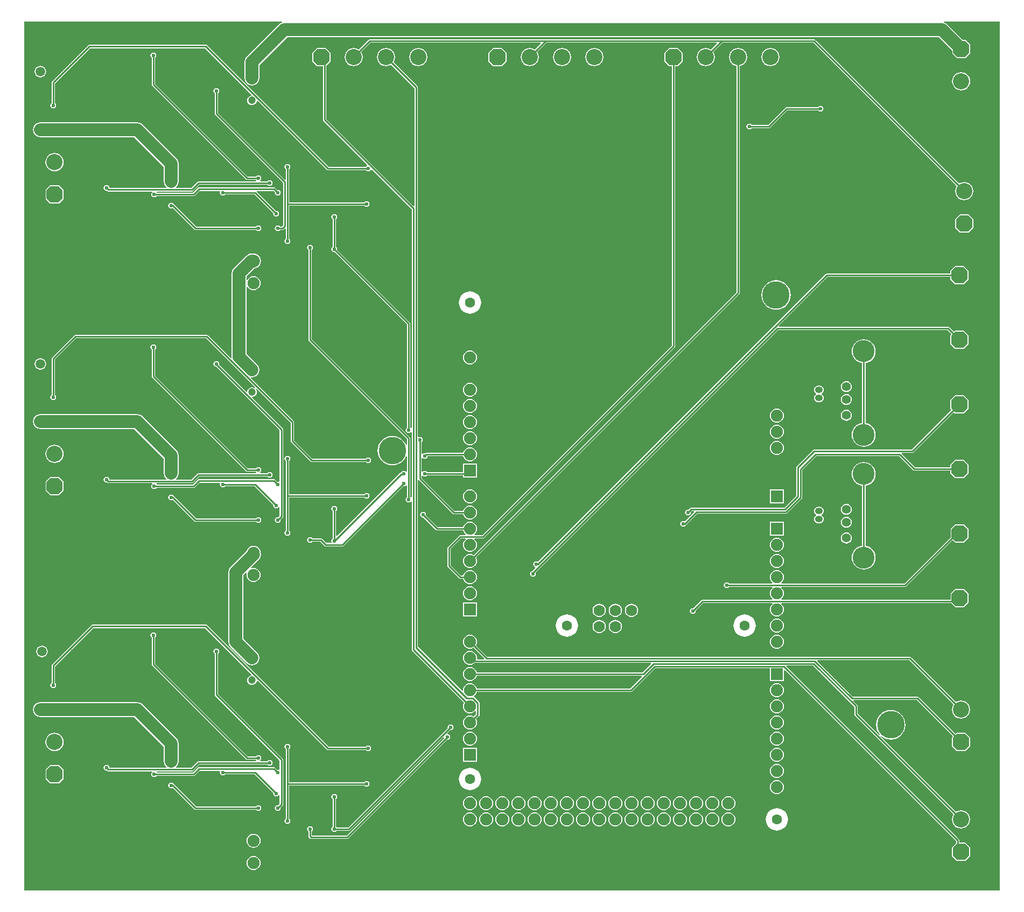
<source format=gbr>
%TF.GenerationSoftware,Altium Limited,Altium Designer,19.1.5 (86)*%
G04 Layer_Physical_Order=2*
G04 Layer_Color=16711680*
%FSLAX26Y26*%
%MOIN*%
%TF.FileFunction,Copper,L2,Bot,Signal*%
%TF.Part,Single*%
G01*
G75*
%TA.AperFunction,Conductor*%
%ADD29C,0.010000*%
%ADD30C,0.078740*%
%TA.AperFunction,ComponentPad*%
G04:AMPARAMS|DCode=32|XSize=100mil|YSize=100mil|CornerRadius=0mil|HoleSize=0mil|Usage=FLASHONLY|Rotation=270.000|XOffset=0mil|YOffset=0mil|HoleType=Round|Shape=Octagon|*
%AMOCTAGOND32*
4,1,8,-0.025000,-0.050000,0.025000,-0.050000,0.050000,-0.025000,0.050000,0.025000,0.025000,0.050000,-0.025000,0.050000,-0.050000,0.025000,-0.050000,-0.025000,-0.025000,-0.050000,0.0*
%
%ADD32OCTAGOND32*%

%ADD33C,0.100000*%
%ADD34C,0.055906*%
%ADD35C,0.135827*%
G04:AMPARAMS|DCode=36|XSize=100mil|YSize=100mil|CornerRadius=0mil|HoleSize=0mil|Usage=FLASHONLY|Rotation=0.000|XOffset=0mil|YOffset=0mil|HoleType=Round|Shape=Octagon|*
%AMOCTAGOND36*
4,1,8,0.050000,-0.025000,0.050000,0.025000,0.025000,0.050000,-0.025000,0.050000,-0.050000,0.025000,-0.050000,-0.025000,-0.025000,-0.050000,0.025000,-0.050000,0.050000,-0.025000,0.0*
%
%ADD36OCTAGOND36*%

%ADD37O,0.047244X0.039370*%
%ADD38C,0.074803*%
%ADD39C,0.047244*%
%TA.AperFunction,ViaPad*%
%ADD40C,0.170000*%
%TA.AperFunction,ComponentPad*%
%ADD41R,0.074803X0.074803*%
%ADD42C,0.070000*%
%TA.AperFunction,ViaPad*%
%ADD43C,0.062992*%
%ADD44C,0.059055*%
%ADD45C,0.023622*%
G36*
X6048784Y11216D02*
X11216D01*
Y5388784D01*
X1606152Y5388784D01*
X1607146Y5383784D01*
X1597119Y5379631D01*
X1587642Y5372358D01*
X1387642Y5172358D01*
X1380369Y5162881D01*
X1375798Y5151844D01*
X1374238Y5140000D01*
Y5040000D01*
X1375798Y5028156D01*
X1380369Y5017119D01*
X1387642Y5007642D01*
X1397119Y5000369D01*
X1408156Y4995798D01*
X1420000Y4994238D01*
X1431844Y4995798D01*
X1442881Y5000369D01*
X1452358Y5007642D01*
X1459631Y5017119D01*
X1464202Y5028156D01*
X1465762Y5040000D01*
Y5121045D01*
X1638955Y5294238D01*
X5673084D01*
X5755669Y5211653D01*
Y5192370D01*
X5783669Y5164370D01*
X5839669D01*
X5867669Y5192370D01*
Y5248370D01*
X5839669Y5276370D01*
X5820386D01*
X5724398Y5372358D01*
X5714920Y5379631D01*
X5704892Y5383784D01*
X5705887Y5388784D01*
X6048784D01*
X6048784Y11216D01*
D02*
G37*
%LPC*%
G36*
X4900000Y5281216D02*
X4899999Y5281216D01*
X4330001D01*
X4330000Y5281216D01*
X4329999Y5281216D01*
X3240001D01*
X3240000Y5281216D01*
X3239999Y5281216D01*
X2150001D01*
X2150000Y5281216D01*
X2145708Y5280362D01*
X2142069Y5277931D01*
X2142069Y5277930D01*
X2080965Y5216826D01*
X2078242Y5218916D01*
X2064619Y5224559D01*
X2050000Y5226483D01*
X2035381Y5224559D01*
X2021758Y5218916D01*
X2010060Y5209940D01*
X2001084Y5198242D01*
X1995441Y5184619D01*
X1993517Y5170000D01*
X1995441Y5155381D01*
X2001084Y5141758D01*
X2010060Y5130060D01*
X2021758Y5121084D01*
X2035381Y5115441D01*
X2050000Y5113517D01*
X2064619Y5115441D01*
X2078242Y5121084D01*
X2089940Y5130060D01*
X2098916Y5141758D01*
X2104559Y5155381D01*
X2106483Y5170000D01*
X2104559Y5184619D01*
X2098916Y5198242D01*
X2096826Y5200965D01*
X2154646Y5258784D01*
X3206390D01*
X3208304Y5254165D01*
X3170965Y5216826D01*
X3168242Y5218916D01*
X3154619Y5224559D01*
X3140000Y5226483D01*
X3125381Y5224559D01*
X3111758Y5218916D01*
X3100060Y5209940D01*
X3091084Y5198242D01*
X3085441Y5184619D01*
X3083517Y5170000D01*
X3085441Y5155381D01*
X3091084Y5141758D01*
X3100060Y5130060D01*
X3111758Y5121084D01*
X3125381Y5115441D01*
X3140000Y5113517D01*
X3154619Y5115441D01*
X3168242Y5121084D01*
X3179940Y5130060D01*
X3188916Y5141758D01*
X3194559Y5155381D01*
X3196483Y5170000D01*
X3194559Y5184619D01*
X3188916Y5198242D01*
X3186826Y5200965D01*
X3244646Y5258784D01*
X4296391D01*
X4298304Y5254165D01*
X4260965Y5216826D01*
X4258242Y5218916D01*
X4244619Y5224559D01*
X4230000Y5226483D01*
X4215381Y5224559D01*
X4201758Y5218916D01*
X4190060Y5209940D01*
X4181084Y5198242D01*
X4175441Y5184619D01*
X4173517Y5170000D01*
X4175441Y5155381D01*
X4181084Y5141758D01*
X4190060Y5130060D01*
X4201758Y5121084D01*
X4215381Y5115441D01*
X4230000Y5113517D01*
X4244619Y5115441D01*
X4258242Y5121084D01*
X4269940Y5130060D01*
X4278916Y5141758D01*
X4284559Y5155381D01*
X4286483Y5170000D01*
X4284559Y5184619D01*
X4278916Y5198242D01*
X4276826Y5200965D01*
X4334646Y5258784D01*
X4895354D01*
X5783174Y4370965D01*
X5781084Y4368242D01*
X5775441Y4354619D01*
X5773517Y4340000D01*
X5775441Y4325381D01*
X5781084Y4311758D01*
X5790060Y4300060D01*
X5801758Y4291084D01*
X5815381Y4285441D01*
X5830000Y4283517D01*
X5844619Y4285441D01*
X5858242Y4291084D01*
X5869940Y4300060D01*
X5878916Y4311758D01*
X5884559Y4325381D01*
X5886483Y4340000D01*
X5884559Y4354619D01*
X5878916Y4368242D01*
X5869940Y4379940D01*
X5858242Y4388916D01*
X5844619Y4394559D01*
X5830000Y4396483D01*
X5815381Y4394559D01*
X5801758Y4388916D01*
X5799035Y4386826D01*
X4907931Y5277931D01*
X4904292Y5280362D01*
X4900000Y5281216D01*
D02*
G37*
G36*
X2968000Y5226000D02*
X2912000D01*
X2884000Y5198000D01*
Y5142000D01*
X2912000Y5114000D01*
X2968000D01*
X2996000Y5142000D01*
Y5198000D01*
X2968000Y5226000D01*
D02*
G37*
G36*
X4630000Y5226483D02*
X4615381Y5224559D01*
X4601758Y5218916D01*
X4590060Y5209940D01*
X4581084Y5198242D01*
X4575441Y5184619D01*
X4573517Y5170000D01*
X4575441Y5155381D01*
X4581084Y5141758D01*
X4590060Y5130060D01*
X4601758Y5121084D01*
X4615381Y5115441D01*
X4630000Y5113517D01*
X4644619Y5115441D01*
X4658242Y5121084D01*
X4669940Y5130060D01*
X4678916Y5141758D01*
X4684559Y5155381D01*
X4686483Y5170000D01*
X4684559Y5184619D01*
X4678916Y5198242D01*
X4669940Y5209940D01*
X4658242Y5218916D01*
X4644619Y5224559D01*
X4630000Y5226483D01*
D02*
G37*
G36*
X3540000D02*
X3525381Y5224559D01*
X3511758Y5218916D01*
X3500060Y5209940D01*
X3491084Y5198242D01*
X3485441Y5184619D01*
X3483517Y5170000D01*
X3485441Y5155381D01*
X3491084Y5141758D01*
X3500060Y5130060D01*
X3511758Y5121084D01*
X3525381Y5115441D01*
X3540000Y5113517D01*
X3554619Y5115441D01*
X3568242Y5121084D01*
X3579940Y5130060D01*
X3588916Y5141758D01*
X3594559Y5155381D01*
X3596483Y5170000D01*
X3594559Y5184619D01*
X3588916Y5198242D01*
X3579940Y5209940D01*
X3568242Y5218916D01*
X3554619Y5224559D01*
X3540000Y5226483D01*
D02*
G37*
G36*
X3340000D02*
X3325381Y5224559D01*
X3311758Y5218916D01*
X3300060Y5209940D01*
X3291084Y5198242D01*
X3285441Y5184619D01*
X3283517Y5170000D01*
X3285441Y5155381D01*
X3291084Y5141758D01*
X3300060Y5130060D01*
X3311758Y5121084D01*
X3325381Y5115441D01*
X3340000Y5113517D01*
X3354619Y5115441D01*
X3368242Y5121084D01*
X3379940Y5130060D01*
X3388916Y5141758D01*
X3394559Y5155381D01*
X3396483Y5170000D01*
X3394559Y5184619D01*
X3388916Y5198242D01*
X3379940Y5209940D01*
X3368242Y5218916D01*
X3354619Y5224559D01*
X3340000Y5226483D01*
D02*
G37*
G36*
X2450000D02*
X2435381Y5224559D01*
X2421758Y5218916D01*
X2410060Y5209940D01*
X2401084Y5198242D01*
X2395441Y5184619D01*
X2393517Y5170000D01*
X2395441Y5155381D01*
X2401084Y5141758D01*
X2410060Y5130060D01*
X2421758Y5121084D01*
X2435381Y5115441D01*
X2450000Y5113517D01*
X2464619Y5115441D01*
X2478242Y5121084D01*
X2489940Y5130060D01*
X2498916Y5141758D01*
X2504559Y5155381D01*
X2506483Y5170000D01*
X2504559Y5184619D01*
X2498916Y5198242D01*
X2489940Y5209940D01*
X2478242Y5218916D01*
X2464619Y5224559D01*
X2450000Y5226483D01*
D02*
G37*
G36*
X110000Y5115834D02*
X100725Y5114613D01*
X92083Y5111033D01*
X84662Y5105338D01*
X78967Y5097917D01*
X75387Y5089275D01*
X74166Y5080000D01*
X75387Y5070725D01*
X78967Y5062083D01*
X84662Y5054662D01*
X92083Y5048967D01*
X100725Y5045387D01*
X110000Y5044166D01*
X119275Y5045387D01*
X127917Y5048967D01*
X135339Y5054662D01*
X141033Y5062083D01*
X144613Y5070725D01*
X145834Y5080000D01*
X144613Y5089275D01*
X141033Y5097917D01*
X135339Y5105338D01*
X127917Y5111033D01*
X119275Y5114613D01*
X110000Y5115834D01*
D02*
G37*
G36*
X5811669Y5076853D02*
X5797050Y5074929D01*
X5783428Y5069286D01*
X5771730Y5060310D01*
X5762753Y5048612D01*
X5757111Y5034989D01*
X5755186Y5020370D01*
X5757111Y5005751D01*
X5762753Y4992128D01*
X5771730Y4980430D01*
X5783428Y4971454D01*
X5797050Y4965811D01*
X5811669Y4963887D01*
X5826288Y4965811D01*
X5839911Y4971454D01*
X5851609Y4980430D01*
X5860585Y4992128D01*
X5866228Y5005751D01*
X5868153Y5020370D01*
X5866228Y5034989D01*
X5860585Y5048612D01*
X5851609Y5060310D01*
X5839911Y5069286D01*
X5826288Y5074929D01*
X5811669Y5076853D01*
D02*
G37*
G36*
X4940000Y4868160D02*
X4933051Y4866778D01*
X4927159Y4862841D01*
X4926073Y4861216D01*
X4730001D01*
X4730000Y4861216D01*
X4725708Y4860362D01*
X4722069Y4857931D01*
X4615354Y4751216D01*
X4513927D01*
X4512841Y4752841D01*
X4506949Y4756778D01*
X4500000Y4758160D01*
X4493051Y4756778D01*
X4487159Y4752841D01*
X4483222Y4746949D01*
X4481840Y4740000D01*
X4483222Y4733051D01*
X4487159Y4727159D01*
X4493051Y4723222D01*
X4500000Y4721840D01*
X4506949Y4723222D01*
X4512841Y4727159D01*
X4513927Y4728784D01*
X4619999D01*
X4620000Y4728784D01*
X4624292Y4729638D01*
X4627931Y4732069D01*
X4734646Y4838784D01*
X4926073D01*
X4927159Y4837159D01*
X4933051Y4833222D01*
X4940000Y4831840D01*
X4946949Y4833222D01*
X4952841Y4837159D01*
X4956778Y4843051D01*
X4958160Y4850000D01*
X4956778Y4856949D01*
X4952841Y4862841D01*
X4946949Y4866778D01*
X4940000Y4868160D01*
D02*
G37*
G36*
X198331Y4576113D02*
X183712Y4574188D01*
X170089Y4568546D01*
X158391Y4559569D01*
X149415Y4547871D01*
X143772Y4534249D01*
X141847Y4519630D01*
X143772Y4505011D01*
X149415Y4491388D01*
X158391Y4479690D01*
X170089Y4470714D01*
X183712Y4465071D01*
X198331Y4463147D01*
X212950Y4465071D01*
X226572Y4470714D01*
X238270Y4479690D01*
X247247Y4491388D01*
X252889Y4505011D01*
X254814Y4519630D01*
X252889Y4534249D01*
X247247Y4547871D01*
X238270Y4559569D01*
X226572Y4568546D01*
X212950Y4574188D01*
X198331Y4576113D01*
D02*
G37*
G36*
X810000Y5198160D02*
X803051Y5196778D01*
X797159Y5192841D01*
X793222Y5186949D01*
X791840Y5180000D01*
X793222Y5173051D01*
X797159Y5167159D01*
X798785Y5166073D01*
Y5000001D01*
X798784Y5000000D01*
X799638Y4995708D01*
X802069Y4992069D01*
X1382069Y4412070D01*
X1382070Y4412069D01*
X1385708Y4409638D01*
X1390000Y4408784D01*
X1390001Y4408784D01*
X1444704D01*
X1446790Y4406216D01*
X1444669Y4401216D01*
X1090000D01*
X1085708Y4400362D01*
X1082070Y4397931D01*
X1082069Y4397930D01*
X1044984Y4360845D01*
X951279D01*
X949672Y4365580D01*
X952358Y4367642D01*
X959631Y4377119D01*
X964202Y4388156D01*
X965762Y4400000D01*
Y4420000D01*
Y4510000D01*
X964202Y4521844D01*
X959631Y4532881D01*
X952358Y4542358D01*
X742358Y4752358D01*
X732881Y4759631D01*
X721844Y4764202D01*
X710000Y4765762D01*
X110000D01*
X98156Y4764202D01*
X87119Y4759631D01*
X77642Y4752358D01*
X70369Y4742881D01*
X65798Y4731844D01*
X64239Y4720000D01*
X65798Y4708156D01*
X70369Y4697119D01*
X77642Y4687642D01*
X87119Y4680369D01*
X98156Y4675798D01*
X110000Y4674238D01*
X691045D01*
X874239Y4491045D01*
Y4420000D01*
Y4400000D01*
X875798Y4388156D01*
X880369Y4377119D01*
X887642Y4367642D01*
X890328Y4365580D01*
X888721Y4360845D01*
X537992D01*
X536778Y4366949D01*
X532841Y4372841D01*
X526950Y4376778D01*
X520000Y4378160D01*
X513051Y4376778D01*
X507159Y4372841D01*
X503223Y4366949D01*
X501840Y4360000D01*
X503223Y4353051D01*
X507159Y4347159D01*
X513051Y4343222D01*
X520000Y4341840D01*
X521918Y4342221D01*
X522439Y4341700D01*
X522440Y4341699D01*
X526078Y4339268D01*
X530370Y4338414D01*
X801500D01*
X803017Y4333414D01*
X802159Y4332841D01*
X798222Y4326949D01*
X796840Y4320000D01*
X798222Y4313051D01*
X802159Y4307159D01*
X808051Y4303222D01*
X815000Y4301840D01*
X821950Y4303222D01*
X827841Y4307159D01*
X828927Y4308784D01*
X1060000D01*
X1060000Y4308784D01*
X1064292Y4309638D01*
X1067931Y4312069D01*
X1097457Y4341596D01*
X1221023D01*
X1223096Y4337718D01*
X1223152Y4336596D01*
X1221840Y4330000D01*
X1223223Y4323051D01*
X1227159Y4317159D01*
X1233051Y4313222D01*
X1240000Y4311840D01*
X1246950Y4313222D01*
X1252841Y4317159D01*
X1253927Y4318784D01*
X1435354D01*
X1552222Y4201917D01*
X1551840Y4200000D01*
X1553223Y4193051D01*
X1557159Y4187159D01*
X1563051Y4183222D01*
X1570000Y4181840D01*
X1576950Y4183222D01*
X1582841Y4187159D01*
X1586778Y4193051D01*
X1588160Y4200000D01*
X1586778Y4206949D01*
X1582841Y4212841D01*
X1576950Y4216778D01*
X1570000Y4218160D01*
X1568083Y4217779D01*
X1449266Y4336596D01*
X1451154Y4341596D01*
X1552543D01*
X1562222Y4331917D01*
X1561840Y4330000D01*
X1563223Y4323051D01*
X1567159Y4317159D01*
X1573051Y4313222D01*
X1580000Y4311840D01*
X1586950Y4313222D01*
X1592841Y4317159D01*
X1596778Y4323051D01*
X1598160Y4330000D01*
X1596778Y4336949D01*
X1592841Y4342841D01*
X1586950Y4346778D01*
X1580000Y4348160D01*
X1578083Y4347779D01*
X1565120Y4360742D01*
X1561481Y4363173D01*
X1557189Y4364027D01*
X1557189Y4364026D01*
X1092812D01*
X1092811Y4364027D01*
X1088519Y4363173D01*
X1084880Y4360742D01*
X1084880Y4360741D01*
X1055354Y4331216D01*
X831154D01*
X829447Y4333414D01*
X831896Y4338414D01*
X1049630D01*
X1049630Y4338414D01*
X1053922Y4339268D01*
X1057561Y4341699D01*
X1094646Y4378784D01*
X1516073D01*
X1517159Y4377159D01*
X1523051Y4373222D01*
X1530000Y4371840D01*
X1536950Y4373222D01*
X1542841Y4377159D01*
X1546778Y4383051D01*
X1548160Y4390000D01*
X1546778Y4396949D01*
X1542841Y4402841D01*
X1536950Y4406778D01*
X1530000Y4408160D01*
X1523051Y4406778D01*
X1517159Y4402841D01*
X1516073Y4401216D01*
X1472946D01*
X1471429Y4406216D01*
X1472841Y4407159D01*
X1476778Y4413051D01*
X1478160Y4420000D01*
X1476778Y4426949D01*
X1472841Y4432841D01*
X1466950Y4436778D01*
X1460000Y4438160D01*
X1453051Y4436778D01*
X1447159Y4432841D01*
X1446073Y4431216D01*
X1394646D01*
X821216Y5004646D01*
Y5166073D01*
X822841Y5167159D01*
X826778Y5173051D01*
X828160Y5180000D01*
X826778Y5186949D01*
X822841Y5192841D01*
X816950Y5196778D01*
X810000Y5198160D01*
D02*
G37*
G36*
X226331Y4375630D02*
X170331D01*
X142331Y4347630D01*
Y4291630D01*
X170331Y4263630D01*
X226331D01*
X254331Y4291630D01*
Y4347630D01*
X226331Y4375630D01*
D02*
G37*
G36*
X1200000Y4978160D02*
X1193051Y4976778D01*
X1187159Y4972841D01*
X1183222Y4966949D01*
X1181840Y4960000D01*
X1183222Y4953051D01*
X1187159Y4947159D01*
X1188784Y4946073D01*
Y4820001D01*
X1188784Y4820000D01*
X1189638Y4815708D01*
X1192069Y4812069D01*
X1612785Y4391354D01*
Y4128646D01*
X1605354Y4121216D01*
X1593927D01*
X1592841Y4122841D01*
X1586950Y4126778D01*
X1580000Y4128160D01*
X1573051Y4126778D01*
X1567159Y4122841D01*
X1563223Y4116949D01*
X1561840Y4110000D01*
X1563223Y4103051D01*
X1567159Y4097159D01*
X1573051Y4093222D01*
X1580000Y4091840D01*
X1586950Y4093222D01*
X1592841Y4097159D01*
X1593927Y4098784D01*
X1610000D01*
X1610000Y4098784D01*
X1614292Y4099638D01*
X1617931Y4102069D01*
X1624165Y4108304D01*
X1628785Y4106391D01*
Y4043927D01*
X1627159Y4042841D01*
X1623223Y4036950D01*
X1621840Y4030000D01*
X1623223Y4023050D01*
X1627159Y4017159D01*
X1633051Y4013222D01*
X1640000Y4011840D01*
X1646950Y4013222D01*
X1652841Y4017159D01*
X1656778Y4023050D01*
X1658160Y4030000D01*
X1656778Y4036950D01*
X1652841Y4042841D01*
X1651216Y4043927D01*
Y4248784D01*
X2116073D01*
X2117159Y4247159D01*
X2123051Y4243222D01*
X2130000Y4241840D01*
X2136950Y4243222D01*
X2142841Y4247159D01*
X2146778Y4253051D01*
X2148160Y4260000D01*
X2146778Y4266949D01*
X2142841Y4272841D01*
X2136950Y4276778D01*
X2130000Y4278160D01*
X2123051Y4276778D01*
X2117159Y4272841D01*
X2116073Y4271216D01*
X1651216D01*
Y4476073D01*
X1652841Y4477159D01*
X1656778Y4483051D01*
X1658160Y4490000D01*
X1656778Y4496949D01*
X1652841Y4502841D01*
X1646950Y4506778D01*
X1640000Y4508160D01*
X1633051Y4506778D01*
X1627159Y4502841D01*
X1623223Y4496949D01*
X1621840Y4490000D01*
X1623223Y4483051D01*
X1627159Y4477159D01*
X1628785Y4476073D01*
Y4413610D01*
X1624165Y4411696D01*
X1211216Y4824646D01*
Y4946073D01*
X1212841Y4947159D01*
X1216778Y4953051D01*
X1218160Y4960000D01*
X1216778Y4966949D01*
X1212841Y4972841D01*
X1206949Y4976778D01*
X1200000Y4978160D01*
D02*
G37*
G36*
X920000Y4268160D02*
X913051Y4266778D01*
X907159Y4262841D01*
X903222Y4256949D01*
X901840Y4250000D01*
X903222Y4243051D01*
X907159Y4237159D01*
X913051Y4233222D01*
X920000Y4231840D01*
X926950Y4233222D01*
X929328Y4234811D01*
X1062069Y4102070D01*
X1062070Y4102069D01*
X1065708Y4099638D01*
X1070000Y4098784D01*
X1070001Y4098784D01*
X1446073D01*
X1447159Y4097159D01*
X1453051Y4093222D01*
X1460000Y4091840D01*
X1466950Y4093222D01*
X1472841Y4097159D01*
X1476778Y4103051D01*
X1478160Y4110000D01*
X1476778Y4116949D01*
X1472841Y4122841D01*
X1466950Y4126778D01*
X1460000Y4128160D01*
X1453051Y4126778D01*
X1447159Y4122841D01*
X1446073Y4121216D01*
X1074646D01*
X937073Y4258788D01*
X934320Y4260628D01*
X932841Y4262841D01*
X926950Y4266778D01*
X920000Y4268160D01*
D02*
G37*
G36*
X5858000Y4196000D02*
X5802000D01*
X5774000Y4168000D01*
Y4112000D01*
X5802000Y4084000D01*
X5858000D01*
X5886000Y4112000D01*
Y4168000D01*
X5858000Y4196000D01*
D02*
G37*
G36*
X5828000Y3876000D02*
X5772000D01*
X5744000Y3848000D01*
Y3831215D01*
X4980001D01*
X4980000Y3831216D01*
X4975708Y3830362D01*
X4972069Y3827931D01*
X4972069Y3827930D01*
X3189327Y2045189D01*
X3186950Y2046778D01*
X3180000Y2048160D01*
X3173050Y2046778D01*
X3167159Y2042841D01*
X3163222Y2036949D01*
X3161840Y2030000D01*
X3163222Y2023051D01*
X3167159Y2017159D01*
X3173050Y2013222D01*
X3173636Y2013106D01*
X3175087Y2008321D01*
X3153666Y1986900D01*
X3153050Y1986778D01*
X3147159Y1982841D01*
X3143222Y1976949D01*
X3141840Y1970000D01*
X3143222Y1963051D01*
X3147159Y1957159D01*
X3153050Y1953222D01*
X3160000Y1951840D01*
X3166950Y1953222D01*
X3172841Y1957159D01*
X3176778Y1963051D01*
X3178160Y1970000D01*
X3176778Y1976949D01*
X3176241Y1977753D01*
X4677273Y3478785D01*
X5725354D01*
X5750069Y3454069D01*
X5744000Y3448000D01*
Y3392000D01*
X5772000Y3364000D01*
X5828000D01*
X5856000Y3392000D01*
Y3448000D01*
X5828000Y3476000D01*
X5772000D01*
X5765931Y3469931D01*
X5737931Y3497931D01*
X5734292Y3500362D01*
X5730000Y3501216D01*
X5729999Y3501215D01*
X4683609D01*
X4681696Y3505835D01*
X4984646Y3808785D01*
X5744000D01*
Y3792000D01*
X5772000Y3764000D01*
X5828000D01*
X5856000Y3792000D01*
Y3848000D01*
X5828000Y3876000D01*
D02*
G37*
G36*
X1430000Y3953557D02*
X1417795D01*
X1405951Y3951997D01*
X1394914Y3947426D01*
X1385437Y3940153D01*
X1307642Y3862358D01*
X1300369Y3852881D01*
X1295798Y3841844D01*
X1294238Y3830000D01*
Y3313465D01*
X1294962Y3307971D01*
X1290226Y3305635D01*
X1147931Y3447931D01*
X1144292Y3450362D01*
X1140000Y3451216D01*
X1139999Y3451215D01*
X326536D01*
X326535Y3451216D01*
X322243Y3450362D01*
X318605Y3447931D01*
X318605Y3447930D01*
X182069Y3311395D01*
X179638Y3307757D01*
X178784Y3303465D01*
X178785Y3303464D01*
Y3077392D01*
X177159Y3076306D01*
X173222Y3070414D01*
X171840Y3063465D01*
X173222Y3056515D01*
X177159Y3050624D01*
X183050Y3046687D01*
X190000Y3045305D01*
X196950Y3046687D01*
X202841Y3050624D01*
X206778Y3056515D01*
X208160Y3063465D01*
X206778Y3070414D01*
X202841Y3076306D01*
X201215Y3077392D01*
Y3298819D01*
X331181Y3428785D01*
X1135354D01*
X1440756Y3123383D01*
X1437452Y3119616D01*
X1434939Y3121544D01*
X1427733Y3124529D01*
X1420000Y3125547D01*
X1412267Y3124529D01*
X1405061Y3121544D01*
X1398873Y3116796D01*
X1394125Y3110608D01*
X1391140Y3103402D01*
X1390570Y3099069D01*
X1385291Y3097277D01*
X1217232Y3265336D01*
X1218160Y3270000D01*
X1216778Y3276950D01*
X1212841Y3282841D01*
X1206949Y3286778D01*
X1200000Y3288160D01*
X1193051Y3286778D01*
X1187159Y3282841D01*
X1183222Y3276950D01*
X1181840Y3270000D01*
X1183222Y3263050D01*
X1187159Y3257159D01*
X1193051Y3253222D01*
X1198758Y3252087D01*
X1591595Y2859250D01*
Y2542441D01*
X1587718Y2540369D01*
X1586595Y2540313D01*
X1580000Y2541624D01*
X1578083Y2541243D01*
X1565120Y2554206D01*
X1561481Y2556637D01*
X1557189Y2557491D01*
X1557188Y2557491D01*
X1092812D01*
X1092811Y2557491D01*
X1088519Y2556637D01*
X1084880Y2554206D01*
X1084880Y2554206D01*
X1055354Y2524680D01*
X831154D01*
X829447Y2526879D01*
X831896Y2531879D01*
X1049629D01*
X1049630Y2531879D01*
X1053922Y2532733D01*
X1057561Y2535164D01*
X1094646Y2572249D01*
X1516073D01*
X1517159Y2570624D01*
X1523051Y2566687D01*
X1530000Y2565305D01*
X1536949Y2566687D01*
X1542841Y2570624D01*
X1546778Y2576515D01*
X1548160Y2583465D01*
X1546778Y2590414D01*
X1542841Y2596306D01*
X1536949Y2600242D01*
X1530000Y2601624D01*
X1523051Y2600242D01*
X1517159Y2596306D01*
X1516073Y2594680D01*
X1472946D01*
X1471429Y2599680D01*
X1472841Y2600624D01*
X1476778Y2606515D01*
X1478160Y2613465D01*
X1476778Y2620414D01*
X1472841Y2626306D01*
X1466949Y2630242D01*
X1460000Y2631624D01*
X1453051Y2630242D01*
X1447159Y2626306D01*
X1446073Y2624680D01*
X1394646D01*
X821216Y3198110D01*
Y3359537D01*
X822841Y3360624D01*
X826778Y3366515D01*
X828160Y3373465D01*
X826778Y3380414D01*
X822841Y3386306D01*
X816949Y3390242D01*
X810000Y3391624D01*
X803051Y3390242D01*
X797159Y3386306D01*
X793222Y3380414D01*
X791840Y3373465D01*
X793222Y3366515D01*
X797159Y3360624D01*
X798784Y3359537D01*
Y3193465D01*
X798784Y3193465D01*
X799638Y3189173D01*
X802069Y3185534D01*
X1382069Y2605534D01*
X1382069Y2605534D01*
X1385708Y2603103D01*
X1390000Y2602249D01*
X1390001Y2602249D01*
X1444703D01*
X1446790Y2599680D01*
X1444669Y2594680D01*
X1090000D01*
X1085708Y2593826D01*
X1082069Y2591395D01*
X1082069Y2591395D01*
X1044984Y2554310D01*
X951279D01*
X949672Y2559045D01*
X952358Y2561106D01*
X959631Y2570584D01*
X964202Y2581621D01*
X965762Y2593465D01*
Y2613465D01*
Y2703465D01*
X964202Y2715309D01*
X959631Y2726345D01*
X952358Y2735823D01*
X742358Y2945823D01*
X732881Y2953095D01*
X721844Y2957667D01*
X710000Y2959226D01*
X110000D01*
X98156Y2957667D01*
X87119Y2953095D01*
X77642Y2945823D01*
X70369Y2936345D01*
X65798Y2925309D01*
X64238Y2913465D01*
X65798Y2901621D01*
X70369Y2890584D01*
X77642Y2881106D01*
X87119Y2873834D01*
X98156Y2869262D01*
X110000Y2867703D01*
X691045D01*
X874238Y2684510D01*
Y2613465D01*
Y2593465D01*
X875798Y2581621D01*
X880369Y2570584D01*
X887642Y2561106D01*
X890328Y2559045D01*
X888721Y2554310D01*
X537992D01*
X536778Y2560414D01*
X532841Y2566306D01*
X526949Y2570242D01*
X520000Y2571624D01*
X513051Y2570242D01*
X507159Y2566306D01*
X503222Y2560414D01*
X501840Y2553465D01*
X503222Y2546515D01*
X507159Y2540624D01*
X513051Y2536687D01*
X520000Y2535305D01*
X521917Y2535686D01*
X522439Y2535164D01*
X522439Y2535164D01*
X526078Y2532733D01*
X530370Y2531879D01*
X801500D01*
X803017Y2526879D01*
X802159Y2526306D01*
X798222Y2520414D01*
X796840Y2513465D01*
X798222Y2506515D01*
X802159Y2500624D01*
X808051Y2496687D01*
X815000Y2495305D01*
X821949Y2496687D01*
X827841Y2500624D01*
X828927Y2502249D01*
X1059999D01*
X1060000Y2502249D01*
X1064292Y2503103D01*
X1067931Y2505534D01*
X1097457Y2535060D01*
X1221023D01*
X1223096Y2531183D01*
X1223152Y2530060D01*
X1221840Y2523465D01*
X1223222Y2516515D01*
X1227159Y2510624D01*
X1233051Y2506687D01*
X1240000Y2505305D01*
X1246949Y2506687D01*
X1252841Y2510624D01*
X1253927Y2512249D01*
X1435354D01*
X1552222Y2395382D01*
X1551840Y2393465D01*
X1553222Y2386515D01*
X1557159Y2380624D01*
X1563051Y2376687D01*
X1570000Y2375305D01*
X1576949Y2376687D01*
X1582841Y2380624D01*
X1586595Y2386242D01*
X1586965Y2386303D01*
X1591595Y2384050D01*
Y2330921D01*
X1581917Y2321243D01*
X1580000Y2321624D01*
X1573051Y2320242D01*
X1567159Y2316306D01*
X1563222Y2310414D01*
X1561840Y2303465D01*
X1563222Y2296515D01*
X1567159Y2290624D01*
X1573051Y2286687D01*
X1580000Y2285305D01*
X1586949Y2286687D01*
X1592841Y2290624D01*
X1596778Y2296515D01*
X1598160Y2303465D01*
X1597778Y2305382D01*
X1610741Y2318345D01*
X1610742Y2318345D01*
X1613173Y2321984D01*
X1614026Y2326276D01*
Y2863895D01*
X1614027Y2863895D01*
X1613173Y2868187D01*
X1610742Y2871826D01*
X1610741Y2871826D01*
X1421607Y3060960D01*
X1423399Y3066239D01*
X1427733Y3066810D01*
X1434939Y3069795D01*
X1441127Y3074543D01*
X1445875Y3080731D01*
X1448860Y3087936D01*
X1449878Y3095669D01*
X1448860Y3103402D01*
X1445875Y3110608D01*
X1443946Y3113121D01*
X1447714Y3116425D01*
X1658784Y2905354D01*
Y2793465D01*
X1658784Y2793465D01*
X1659638Y2789173D01*
X1662069Y2785534D01*
X1782069Y2665534D01*
X1782069Y2665534D01*
X1785708Y2663103D01*
X1790000Y2662249D01*
X2126073D01*
X2127159Y2660624D01*
X2133050Y2656687D01*
X2140000Y2655305D01*
X2146950Y2656687D01*
X2152841Y2660624D01*
X2156778Y2666515D01*
X2158160Y2673465D01*
X2156778Y2680414D01*
X2152841Y2686306D01*
X2146950Y2690242D01*
X2140000Y2691624D01*
X2133050Y2690242D01*
X2127159Y2686306D01*
X2126073Y2684680D01*
X1794646D01*
X1681216Y2798110D01*
Y2909999D01*
X1681216Y2910000D01*
X1680362Y2914292D01*
X1677931Y2917931D01*
X1677930Y2917931D01*
X1412171Y3183691D01*
X1414506Y3188426D01*
X1420000Y3187703D01*
X1431844Y3189262D01*
X1442881Y3193834D01*
X1452358Y3201106D01*
X1459631Y3210584D01*
X1464202Y3221621D01*
X1465762Y3233465D01*
X1464202Y3245309D01*
X1459631Y3256345D01*
X1452358Y3265823D01*
X1385762Y3332420D01*
Y3750322D01*
X1390762Y3751316D01*
X1392089Y3748112D01*
X1399046Y3739046D01*
X1408112Y3732089D01*
X1418670Y3727716D01*
X1430000Y3726224D01*
X1441330Y3727716D01*
X1451888Y3732089D01*
X1460954Y3739046D01*
X1467911Y3748112D01*
X1472284Y3758670D01*
X1473776Y3770000D01*
X1472284Y3781330D01*
X1467911Y3791888D01*
X1460954Y3800954D01*
X1451888Y3807911D01*
X1441330Y3812284D01*
X1430000Y3813776D01*
X1418670Y3812284D01*
X1408112Y3807911D01*
X1399046Y3800954D01*
X1392089Y3791888D01*
X1390762Y3788684D01*
X1385762Y3789678D01*
Y3811045D01*
X1437774Y3863057D01*
X1441844Y3863593D01*
X1452881Y3868164D01*
X1462358Y3875437D01*
X1469631Y3884914D01*
X1474202Y3895951D01*
X1475762Y3907795D01*
X1474202Y3919639D01*
X1469631Y3930676D01*
X1462358Y3940153D01*
X1452881Y3947426D01*
X1441844Y3951997D01*
X1430000Y3953557D01*
D02*
G37*
G36*
X4665000Y3788440D02*
X4647161Y3786683D01*
X4630007Y3781480D01*
X4614199Y3773030D01*
X4600342Y3761658D01*
X4588970Y3747802D01*
X4580520Y3731993D01*
X4575317Y3714839D01*
X4573560Y3697000D01*
X4575317Y3679161D01*
X4580520Y3662007D01*
X4588970Y3646198D01*
X4600342Y3632342D01*
X4614199Y3620970D01*
X4630007Y3612520D01*
X4647161Y3607317D01*
X4665000Y3605560D01*
X4682839Y3607317D01*
X4699993Y3612520D01*
X4715801Y3620970D01*
X4729658Y3632342D01*
X4741030Y3646198D01*
X4749480Y3662007D01*
X4754683Y3679161D01*
X4756440Y3697000D01*
X4754683Y3714839D01*
X4749480Y3731993D01*
X4741030Y3747802D01*
X4729658Y3761658D01*
X4715801Y3773030D01*
X4699993Y3781480D01*
X4682839Y3786683D01*
X4665000Y3788440D01*
D02*
G37*
G36*
X2770000Y3719326D02*
X2756475Y3717994D01*
X2743470Y3714049D01*
X2731485Y3707642D01*
X2720979Y3699021D01*
X2712358Y3688515D01*
X2705951Y3676530D01*
X2702006Y3663525D01*
X2700674Y3650000D01*
X2702006Y3636475D01*
X2705951Y3623470D01*
X2712358Y3611485D01*
X2720979Y3600979D01*
X2731485Y3592358D01*
X2743470Y3585951D01*
X2756475Y3582006D01*
X2770000Y3580674D01*
X2783525Y3582006D01*
X2796530Y3585951D01*
X2808515Y3592358D01*
X2819021Y3600979D01*
X2827642Y3611485D01*
X2834049Y3623470D01*
X2837994Y3636475D01*
X2839326Y3650000D01*
X2837994Y3663525D01*
X2834049Y3676530D01*
X2827642Y3688515D01*
X2819021Y3699021D01*
X2808515Y3707642D01*
X2796530Y3714049D01*
X2783525Y3717994D01*
X2770000Y3719326D01*
D02*
G37*
G36*
Y3353776D02*
X2758670Y3352284D01*
X2748112Y3347911D01*
X2739046Y3340954D01*
X2732089Y3331888D01*
X2727716Y3321330D01*
X2726224Y3310000D01*
X2727716Y3298670D01*
X2732089Y3288112D01*
X2739046Y3279046D01*
X2748112Y3272089D01*
X2758670Y3267716D01*
X2770000Y3266224D01*
X2781330Y3267716D01*
X2791888Y3272089D01*
X2800954Y3279046D01*
X2807911Y3288112D01*
X2812284Y3298670D01*
X2813776Y3310000D01*
X2812284Y3321330D01*
X2807911Y3331888D01*
X2800954Y3340954D01*
X2791888Y3347911D01*
X2781330Y3352284D01*
X2770000Y3353776D01*
D02*
G37*
G36*
X110000Y3305834D02*
X100725Y3304613D01*
X92083Y3301033D01*
X84662Y3295338D01*
X78967Y3287917D01*
X75387Y3279274D01*
X74166Y3270000D01*
X75387Y3260726D01*
X78967Y3252083D01*
X84662Y3244662D01*
X92083Y3238967D01*
X100725Y3235387D01*
X110000Y3234166D01*
X119275Y3235387D01*
X127917Y3238967D01*
X135339Y3244662D01*
X141033Y3252083D01*
X144613Y3260726D01*
X145834Y3270000D01*
X144613Y3279274D01*
X141033Y3287917D01*
X135339Y3295338D01*
X127917Y3301033D01*
X119275Y3304613D01*
X110000Y3305834D01*
D02*
G37*
G36*
X5100947Y3163616D02*
X5092084Y3162449D01*
X5083824Y3159028D01*
X5076732Y3153586D01*
X5071289Y3146493D01*
X5067868Y3138233D01*
X5066701Y3129370D01*
X5067868Y3120507D01*
X5071289Y3112247D01*
X5076732Y3105155D01*
X5083824Y3099713D01*
X5092084Y3096291D01*
X5100947Y3095124D01*
X5109810Y3096291D01*
X5118070Y3099713D01*
X5125162Y3105155D01*
X5130605Y3112247D01*
X5134026Y3120507D01*
X5135193Y3129370D01*
X5134026Y3138233D01*
X5130605Y3146493D01*
X5125162Y3153586D01*
X5118070Y3159028D01*
X5109810Y3162449D01*
X5100947Y3163616D01*
D02*
G37*
G36*
X2770000Y3153776D02*
X2758670Y3152284D01*
X2748112Y3147911D01*
X2739046Y3140954D01*
X2732089Y3131888D01*
X2727716Y3121330D01*
X2726224Y3110000D01*
X2727716Y3098670D01*
X2732089Y3088112D01*
X2739046Y3079046D01*
X2748112Y3072089D01*
X2758670Y3067716D01*
X2770000Y3066224D01*
X2781330Y3067716D01*
X2791888Y3072089D01*
X2800954Y3079046D01*
X2807911Y3088112D01*
X2812284Y3098670D01*
X2813776Y3110000D01*
X2812284Y3121330D01*
X2807911Y3131888D01*
X2800954Y3140954D01*
X2791888Y3147911D01*
X2781330Y3152284D01*
X2770000Y3153776D01*
D02*
G37*
G36*
X4933937Y3135907D02*
X4926063D01*
X4919358Y3135024D01*
X4913110Y3132436D01*
X4907744Y3128319D01*
X4903627Y3122953D01*
X4901039Y3116705D01*
X4900156Y3110000D01*
X4901039Y3103295D01*
X4903627Y3097047D01*
X4907744Y3091681D01*
X4912870Y3087748D01*
X4913265Y3085051D01*
Y3084949D01*
X4912870Y3082252D01*
X4907744Y3078319D01*
X4903627Y3072953D01*
X4901039Y3066705D01*
X4900156Y3060000D01*
X4901039Y3053295D01*
X4903627Y3047047D01*
X4907744Y3041681D01*
X4913110Y3037564D01*
X4919358Y3034976D01*
X4926063Y3034093D01*
X4933937D01*
X4940642Y3034976D01*
X4946890Y3037564D01*
X4952256Y3041681D01*
X4956373Y3047047D01*
X4958961Y3053295D01*
X4959844Y3060000D01*
X4958961Y3066705D01*
X4956373Y3072953D01*
X4952256Y3078319D01*
X4947130Y3082252D01*
X4946735Y3084949D01*
Y3085051D01*
X4947130Y3087748D01*
X4952256Y3091681D01*
X4956373Y3097047D01*
X4958961Y3103295D01*
X4959844Y3110000D01*
X4958961Y3116705D01*
X4956373Y3122953D01*
X4952256Y3128319D01*
X4946890Y3132436D01*
X4940642Y3135024D01*
X4933937Y3135907D01*
D02*
G37*
G36*
X5100947Y3084876D02*
X5092084Y3083709D01*
X5083824Y3080287D01*
X5076732Y3074845D01*
X5071289Y3067753D01*
X5067868Y3059493D01*
X5066701Y3050630D01*
X5067868Y3041767D01*
X5071289Y3033507D01*
X5076732Y3026414D01*
X5083824Y3020972D01*
X5092084Y3017551D01*
X5100947Y3016384D01*
X5109810Y3017551D01*
X5118070Y3020972D01*
X5125162Y3026414D01*
X5130605Y3033507D01*
X5134026Y3041767D01*
X5135193Y3050630D01*
X5134026Y3059493D01*
X5130605Y3067753D01*
X5125162Y3074845D01*
X5118070Y3080287D01*
X5109810Y3083709D01*
X5100947Y3084876D01*
D02*
G37*
G36*
X2770000Y3053776D02*
X2758670Y3052284D01*
X2748112Y3047911D01*
X2739046Y3040954D01*
X2732089Y3031888D01*
X2727716Y3021330D01*
X2726224Y3010000D01*
X2727716Y2998670D01*
X2732089Y2988112D01*
X2739046Y2979046D01*
X2748112Y2972089D01*
X2758670Y2967716D01*
X2770000Y2966224D01*
X2781330Y2967716D01*
X2791888Y2972089D01*
X2800954Y2979046D01*
X2807911Y2988112D01*
X2812284Y2998670D01*
X2813776Y3010000D01*
X2812284Y3021330D01*
X2807911Y3031888D01*
X2800954Y3040954D01*
X2791888Y3047911D01*
X2781330Y3052284D01*
X2770000Y3053776D01*
D02*
G37*
G36*
X5828000Y3076000D02*
X5772000D01*
X5744000Y3048000D01*
Y2992000D01*
X5750069Y2985931D01*
X5505354Y2741215D01*
X4900001D01*
X4900000Y2741216D01*
X4895708Y2740362D01*
X4892069Y2737931D01*
X4892069Y2737930D01*
X4792069Y2637931D01*
X4789638Y2634292D01*
X4788784Y2630000D01*
X4788784Y2629999D01*
Y2454646D01*
X4715354Y2381215D01*
X4140001D01*
X4140000Y2381216D01*
X4135708Y2380362D01*
X4132069Y2377931D01*
X4132069Y2377930D01*
X4121917Y2367778D01*
X4120000Y2368160D01*
X4113051Y2366778D01*
X4107159Y2362841D01*
X4103222Y2356950D01*
X4101840Y2350000D01*
X4103222Y2343050D01*
X4107159Y2337159D01*
X4113051Y2333222D01*
X4120000Y2331840D01*
X4126949Y2333222D01*
X4132841Y2337159D01*
X4136778Y2343050D01*
X4138160Y2350000D01*
X4137779Y2351917D01*
X4144646Y2358785D01*
X4156390D01*
X4158304Y2354165D01*
X4099328Y2295189D01*
X4096949Y2296778D01*
X4090000Y2298160D01*
X4083050Y2296778D01*
X4077159Y2292841D01*
X4073222Y2286950D01*
X4071840Y2280000D01*
X4073222Y2273050D01*
X4077159Y2267159D01*
X4083050Y2263222D01*
X4090000Y2261840D01*
X4096949Y2263222D01*
X4102841Y2267159D01*
X4104663Y2269886D01*
X4107931Y2272069D01*
X4178646Y2342785D01*
X4726627D01*
X4726627Y2342784D01*
X4730919Y2343638D01*
X4734558Y2346069D01*
X4823930Y2435442D01*
X4823931Y2435442D01*
X4826362Y2439081D01*
X4827216Y2443373D01*
Y2611354D01*
X4914646Y2698785D01*
X5425354D01*
X5512069Y2612070D01*
X5512069Y2612069D01*
X5515708Y2609638D01*
X5520000Y2608785D01*
X5744000D01*
Y2592000D01*
X5772000Y2564000D01*
X5828000D01*
X5856000Y2592000D01*
Y2648000D01*
X5828000Y2676000D01*
X5772000D01*
X5744000Y2648000D01*
Y2631215D01*
X5524646D01*
X5442077Y2713785D01*
X5444148Y2718785D01*
X5509999D01*
X5510000Y2718784D01*
X5514292Y2719638D01*
X5517931Y2722069D01*
X5765931Y2970069D01*
X5772000Y2964000D01*
X5828000D01*
X5856000Y2992000D01*
Y3048000D01*
X5828000Y3076000D01*
D02*
G37*
G36*
X5100947Y2986450D02*
X5092084Y2985284D01*
X5083824Y2981862D01*
X5076732Y2976420D01*
X5071289Y2969327D01*
X5067868Y2961068D01*
X5066701Y2952205D01*
X5067868Y2943341D01*
X5071289Y2935082D01*
X5076732Y2927989D01*
X5083824Y2922547D01*
X5092084Y2919126D01*
X5100947Y2917959D01*
X5109810Y2919126D01*
X5118070Y2922547D01*
X5125162Y2927989D01*
X5130605Y2935082D01*
X5134026Y2943341D01*
X5135193Y2952205D01*
X5134026Y2961068D01*
X5130605Y2969327D01*
X5125162Y2976420D01*
X5118070Y2981862D01*
X5109810Y2985284D01*
X5100947Y2986450D01*
D02*
G37*
G36*
X4670000Y2993776D02*
X4658670Y2992284D01*
X4648112Y2987911D01*
X4639046Y2980954D01*
X4632089Y2971888D01*
X4627716Y2961330D01*
X4626224Y2950000D01*
X4627716Y2938670D01*
X4632089Y2928112D01*
X4639046Y2919046D01*
X4648112Y2912089D01*
X4658670Y2907716D01*
X4670000Y2906224D01*
X4681330Y2907716D01*
X4691888Y2912089D01*
X4700954Y2919046D01*
X4707911Y2928112D01*
X4712284Y2938670D01*
X4713776Y2950000D01*
X4712284Y2961330D01*
X4707911Y2971888D01*
X4700954Y2980954D01*
X4691888Y2987911D01*
X4681330Y2992284D01*
X4670000Y2993776D01*
D02*
G37*
G36*
X1135168Y5247216D02*
X1135167Y5247216D01*
X413373D01*
X409081Y5246362D01*
X405442Y5243931D01*
X405442Y5243930D01*
X182070Y5020558D01*
X179638Y5016919D01*
X178785Y5012627D01*
X178785Y5012627D01*
Y4883927D01*
X177159Y4882841D01*
X173222Y4876949D01*
X171840Y4870000D01*
X173222Y4863051D01*
X177159Y4857159D01*
X183051Y4853222D01*
X190000Y4851840D01*
X196950Y4853222D01*
X202841Y4857159D01*
X206778Y4863051D01*
X208160Y4870000D01*
X206778Y4876949D01*
X202841Y4882841D01*
X201216Y4883927D01*
Y5007982D01*
X418018Y5224784D01*
X1130522D01*
X1418393Y4936914D01*
X1416601Y4931635D01*
X1412267Y4931064D01*
X1405061Y4928080D01*
X1398873Y4923332D01*
X1394125Y4917144D01*
X1391141Y4909938D01*
X1390122Y4902205D01*
X1391141Y4894472D01*
X1394125Y4887266D01*
X1398873Y4881078D01*
X1405061Y4876330D01*
X1412267Y4873345D01*
X1420000Y4872327D01*
X1427733Y4873345D01*
X1434939Y4876330D01*
X1441127Y4881078D01*
X1445875Y4887266D01*
X1448860Y4894472D01*
X1449430Y4898806D01*
X1454709Y4900597D01*
X1883237Y4472070D01*
X1883237Y4472069D01*
X1886876Y4469638D01*
X1891168Y4468784D01*
X1891168Y4468784D01*
X2126073D01*
X2127159Y4467159D01*
X2133051Y4463222D01*
X2140000Y4461840D01*
X2146950Y4463222D01*
X2152841Y4467159D01*
X2156577Y4472750D01*
X2157411Y4473505D01*
X2161618Y4474781D01*
X2408784Y4227614D01*
Y2875332D01*
X2403784Y2873211D01*
X2401215Y2875297D01*
Y3520000D01*
X2401216Y3520000D01*
X2400362Y3524292D01*
X2397931Y3527931D01*
X1947779Y3978083D01*
X1948160Y3980000D01*
X1946778Y3986950D01*
X1942841Y3992841D01*
X1941216Y3993927D01*
Y4166073D01*
X1942841Y4167159D01*
X1946778Y4173051D01*
X1948160Y4180000D01*
X1946778Y4186949D01*
X1942841Y4192841D01*
X1936950Y4196778D01*
X1930000Y4198160D01*
X1923051Y4196778D01*
X1917159Y4192841D01*
X1913223Y4186949D01*
X1911840Y4180000D01*
X1913223Y4173051D01*
X1917159Y4167159D01*
X1918785Y4166073D01*
Y3993927D01*
X1917159Y3992841D01*
X1913223Y3986950D01*
X1911840Y3980000D01*
X1913223Y3973050D01*
X1917159Y3967159D01*
X1923051Y3963222D01*
X1930000Y3961840D01*
X1931917Y3962222D01*
X2378785Y3515354D01*
Y2873927D01*
X2377159Y2872841D01*
X2373222Y2866950D01*
X2371840Y2860000D01*
X2373222Y2853050D01*
X2377159Y2847159D01*
X2383050Y2843222D01*
X2390000Y2841840D01*
X2396950Y2843222D01*
X2402841Y2847159D01*
X2403784Y2848571D01*
X2408784Y2847054D01*
Y2445332D01*
X2403784Y2443211D01*
X2401215Y2445297D01*
Y2809999D01*
X2401216Y2810000D01*
X2400362Y2814292D01*
X2397931Y2817931D01*
X2397930Y2817931D01*
X1791216Y3424646D01*
Y3976073D01*
X1792841Y3977159D01*
X1796778Y3983050D01*
X1798160Y3990000D01*
X1796778Y3996950D01*
X1792841Y4002841D01*
X1786949Y4006778D01*
X1780000Y4008160D01*
X1773051Y4006778D01*
X1767159Y4002841D01*
X1763222Y3996950D01*
X1761840Y3990000D01*
X1763222Y3983050D01*
X1767159Y3977159D01*
X1768784Y3976073D01*
Y3420001D01*
X1768784Y3420000D01*
X1769638Y3415708D01*
X1772069Y3412069D01*
X2378785Y2805354D01*
Y2769206D01*
X2373980Y2768493D01*
X2365530Y2784302D01*
X2354158Y2798158D01*
X2340302Y2809530D01*
X2324493Y2817980D01*
X2307339Y2823183D01*
X2289500Y2824940D01*
X2271661Y2823183D01*
X2254507Y2817980D01*
X2238698Y2809530D01*
X2224842Y2798158D01*
X2213470Y2784302D01*
X2205020Y2768493D01*
X2199817Y2751339D01*
X2198060Y2733500D01*
X2199817Y2715661D01*
X2205020Y2698507D01*
X2213470Y2682698D01*
X2224842Y2668842D01*
X2238698Y2657470D01*
X2254507Y2649020D01*
X2271661Y2643817D01*
X2289500Y2642060D01*
X2307339Y2643817D01*
X2324493Y2649020D01*
X2340302Y2657470D01*
X2354158Y2668842D01*
X2365530Y2682698D01*
X2373980Y2698507D01*
X2378785Y2697794D01*
Y2602946D01*
X2373785Y2601429D01*
X2372841Y2602841D01*
X2366950Y2606778D01*
X2360000Y2608160D01*
X2353050Y2606778D01*
X2347159Y2602841D01*
X2344331Y2598609D01*
X2343930D01*
X2343929Y2598609D01*
X2339637Y2597755D01*
X2335998Y2595324D01*
X1945835Y2205161D01*
X1941216Y2207074D01*
Y2359537D01*
X1942841Y2360624D01*
X1946778Y2366515D01*
X1948160Y2373465D01*
X1946778Y2380414D01*
X1942841Y2386306D01*
X1936949Y2390242D01*
X1930000Y2391624D01*
X1923051Y2390242D01*
X1917159Y2386306D01*
X1913222Y2380414D01*
X1911840Y2373465D01*
X1913222Y2366515D01*
X1917159Y2360624D01*
X1918784Y2359537D01*
Y2187392D01*
X1917159Y2186306D01*
X1913222Y2180414D01*
X1911840Y2173465D01*
X1913152Y2166869D01*
X1913096Y2165746D01*
X1911023Y2161869D01*
X1880886D01*
X1854825Y2187931D01*
X1851186Y2190362D01*
X1846894Y2191216D01*
X1846894Y2191215D01*
X1793927D01*
X1792841Y2192841D01*
X1786949Y2196778D01*
X1780000Y2198160D01*
X1773051Y2196778D01*
X1767159Y2192841D01*
X1763222Y2186950D01*
X1761840Y2180000D01*
X1763222Y2173050D01*
X1767159Y2167159D01*
X1773051Y2163222D01*
X1780000Y2161840D01*
X1786949Y2163222D01*
X1792841Y2167159D01*
X1793927Y2168785D01*
X1842248D01*
X1868310Y2142723D01*
X1868310Y2142723D01*
X1871949Y2140292D01*
X1876241Y2139438D01*
X1876241Y2139438D01*
X1980653D01*
X1980654Y2139438D01*
X1984946Y2140292D01*
X1988584Y2142723D01*
X2358083Y2512222D01*
X2360000Y2511840D01*
X2366950Y2513222D01*
X2372841Y2517159D01*
X2373785Y2518571D01*
X2378785Y2517054D01*
Y2443927D01*
X2377159Y2442841D01*
X2373222Y2436950D01*
X2371840Y2430000D01*
X2373222Y2423050D01*
X2377159Y2417159D01*
X2383050Y2413222D01*
X2390000Y2411840D01*
X2396950Y2413222D01*
X2402841Y2417159D01*
X2403784Y2418571D01*
X2408784Y2417054D01*
Y1500001D01*
X2408784Y1500000D01*
X2409638Y1495708D01*
X2412069Y1492070D01*
X2732159Y1171980D01*
X2732089Y1171888D01*
X2727716Y1161330D01*
X2726224Y1150000D01*
X2727716Y1138670D01*
X2732089Y1128112D01*
X2739046Y1119046D01*
X2748112Y1112089D01*
X2758670Y1107716D01*
X2770000Y1106224D01*
X2781330Y1107716D01*
X2791888Y1112089D01*
X2800954Y1119046D01*
X2802451Y1120997D01*
X2807186Y1119390D01*
Y1103047D01*
X2791980Y1087841D01*
X2791888Y1087911D01*
X2781330Y1092284D01*
X2770000Y1093776D01*
X2758670Y1092284D01*
X2748112Y1087911D01*
X2739046Y1080954D01*
X2732089Y1071888D01*
X2727716Y1061330D01*
X2726224Y1050000D01*
X2727716Y1038670D01*
X2732089Y1028112D01*
X2739046Y1019046D01*
X2748112Y1012089D01*
X2758670Y1007716D01*
X2770000Y1006224D01*
X2781330Y1007716D01*
X2791888Y1012089D01*
X2800954Y1019046D01*
X2807911Y1028112D01*
X2812284Y1038670D01*
X2813776Y1050000D01*
X2812284Y1061330D01*
X2807911Y1071888D01*
X2807841Y1071980D01*
X2826332Y1090471D01*
X2828763Y1094110D01*
X2829617Y1098402D01*
X2829617Y1098402D01*
Y1170048D01*
X2829617Y1170049D01*
X2828763Y1174341D01*
X2826332Y1177979D01*
X2795643Y1208668D01*
X2795219Y1212298D01*
X2795641Y1214969D01*
X2800954Y1219046D01*
X2807911Y1228112D01*
X2812284Y1238670D01*
X2812300Y1238784D01*
X3765366D01*
X3765366Y1238784D01*
X3769658Y1239638D01*
X3773297Y1242069D01*
X3918413Y1387186D01*
X4626599D01*
Y1306599D01*
X4713401D01*
Y1374564D01*
X4718021Y1376477D01*
X5778784Y315714D01*
Y302784D01*
X5754000Y278000D01*
Y222000D01*
X5782000Y194000D01*
X5838000D01*
X5866000Y222000D01*
Y278000D01*
X5838000Y306000D01*
X5801216D01*
Y320359D01*
X5801216Y320360D01*
X5800362Y324651D01*
X5797931Y328290D01*
X5797930Y328290D01*
X4727654Y1398567D01*
X4729568Y1403186D01*
X4893580D01*
X5148784Y1147982D01*
Y1100001D01*
X5148784Y1100000D01*
X5149638Y1095708D01*
X5152069Y1092069D01*
X5763174Y480965D01*
X5761084Y478242D01*
X5755441Y464619D01*
X5753517Y450000D01*
X5755441Y435381D01*
X5761084Y421758D01*
X5770060Y410060D01*
X5781758Y401084D01*
X5795381Y395441D01*
X5810000Y393517D01*
X5824619Y395441D01*
X5838242Y401084D01*
X5849940Y410060D01*
X5858916Y421758D01*
X5864559Y435381D01*
X5866483Y450000D01*
X5864559Y464619D01*
X5858916Y478242D01*
X5849940Y489940D01*
X5838242Y498916D01*
X5824619Y504559D01*
X5810000Y506483D01*
X5795381Y504559D01*
X5781758Y498916D01*
X5779035Y496826D01*
X5311654Y964207D01*
X5315016Y967917D01*
X5324699Y959970D01*
X5340507Y951520D01*
X5357661Y946317D01*
X5375500Y944560D01*
X5393339Y946317D01*
X5410493Y951520D01*
X5426301Y959970D01*
X5440158Y971342D01*
X5451530Y985198D01*
X5459980Y1001007D01*
X5465183Y1018161D01*
X5466940Y1036000D01*
X5465183Y1053839D01*
X5459980Y1070993D01*
X5451530Y1086802D01*
X5440158Y1100658D01*
X5426301Y1112030D01*
X5410493Y1120480D01*
X5393339Y1125683D01*
X5375500Y1127440D01*
X5357661Y1125683D01*
X5340507Y1120480D01*
X5324699Y1112030D01*
X5310842Y1100658D01*
X5299470Y1086802D01*
X5291020Y1070993D01*
X5285817Y1053839D01*
X5284060Y1036000D01*
X5285817Y1018161D01*
X5291020Y1001007D01*
X5299470Y985198D01*
X5307417Y975515D01*
X5303708Y972154D01*
X5171216Y1104646D01*
Y1152627D01*
X5170362Y1156919D01*
X5167931Y1160558D01*
X5167930Y1160558D01*
X5144323Y1184165D01*
X5146237Y1188784D01*
X5535354D01*
X5760069Y964069D01*
X5754000Y958000D01*
Y902000D01*
X5782000Y874000D01*
X5838000D01*
X5866000Y902000D01*
Y958000D01*
X5838000Y986000D01*
X5782000D01*
X5775931Y979931D01*
X5547931Y1207931D01*
X5544292Y1210362D01*
X5540000Y1211216D01*
X5539999Y1211216D01*
X5139900D01*
X4920549Y1430567D01*
X4922463Y1435186D01*
X5488953D01*
X5763174Y1160965D01*
X5761084Y1158242D01*
X5755441Y1144619D01*
X5753517Y1130000D01*
X5755441Y1115381D01*
X5761084Y1101758D01*
X5770060Y1090060D01*
X5781758Y1081084D01*
X5795381Y1075441D01*
X5810000Y1073517D01*
X5824619Y1075441D01*
X5838242Y1081084D01*
X5849940Y1090060D01*
X5858916Y1101758D01*
X5864559Y1115381D01*
X5866483Y1130000D01*
X5864559Y1144619D01*
X5858916Y1158242D01*
X5849940Y1169940D01*
X5838242Y1178916D01*
X5824619Y1184559D01*
X5810000Y1186483D01*
X5795381Y1184559D01*
X5781758Y1178916D01*
X5779035Y1176826D01*
X5501529Y1454332D01*
X5497890Y1456763D01*
X5493598Y1457617D01*
X5493598Y1457617D01*
X2878244D01*
X2807841Y1528020D01*
X2807911Y1528112D01*
X2812284Y1538670D01*
X2813776Y1550000D01*
X2812284Y1561330D01*
X2807911Y1571888D01*
X2800954Y1580954D01*
X2791888Y1587911D01*
X2781330Y1592284D01*
X2770000Y1593776D01*
X2758670Y1592284D01*
X2748112Y1587911D01*
X2739046Y1580954D01*
X2732089Y1571888D01*
X2727716Y1561330D01*
X2726224Y1550000D01*
X2727716Y1538670D01*
X2732089Y1528112D01*
X2739046Y1519046D01*
X2748112Y1512089D01*
X2758670Y1507716D01*
X2770000Y1506224D01*
X2781330Y1507716D01*
X2791888Y1512089D01*
X2791980Y1512159D01*
X2857902Y1446236D01*
X2855989Y1441617D01*
X2816464D01*
X2813167Y1445376D01*
X2813776Y1450000D01*
X2812284Y1461330D01*
X2807911Y1471888D01*
X2800954Y1480954D01*
X2791888Y1487911D01*
X2781330Y1492284D01*
X2770000Y1493776D01*
X2758670Y1492284D01*
X2748112Y1487911D01*
X2739046Y1480954D01*
X2732089Y1471888D01*
X2727716Y1461330D01*
X2726224Y1450000D01*
X2727716Y1438670D01*
X2732089Y1428112D01*
X2739046Y1419046D01*
X2748112Y1412089D01*
X2758670Y1407716D01*
X2770000Y1406224D01*
X2781330Y1407716D01*
X2791888Y1412089D01*
X2800954Y1419046D01*
X2801062Y1419186D01*
X3889531D01*
X3891444Y1414567D01*
X3838093Y1361216D01*
X2812300D01*
X2812284Y1361330D01*
X2807911Y1371888D01*
X2800954Y1380954D01*
X2791888Y1387911D01*
X2781330Y1392284D01*
X2770000Y1393776D01*
X2758670Y1392284D01*
X2748112Y1387911D01*
X2739046Y1380954D01*
X2732089Y1371888D01*
X2727716Y1361330D01*
X2726224Y1350000D01*
X2727716Y1338670D01*
X2732089Y1328112D01*
X2739046Y1319046D01*
X2748112Y1312089D01*
X2758670Y1307716D01*
X2770000Y1306224D01*
X2781330Y1307716D01*
X2791888Y1312089D01*
X2800954Y1319046D01*
X2807911Y1328112D01*
X2812284Y1338670D01*
X2812300Y1338784D01*
X3831757D01*
X3833670Y1334165D01*
X3760720Y1261216D01*
X2812300D01*
X2812284Y1261330D01*
X2807911Y1271888D01*
X2800954Y1280954D01*
X2791888Y1287911D01*
X2781330Y1292284D01*
X2770000Y1293776D01*
X2758670Y1292284D01*
X2748112Y1287911D01*
X2739046Y1280954D01*
X2732089Y1271888D01*
X2727716Y1261330D01*
X2726224Y1250000D01*
X2726545Y1247562D01*
X2722061Y1245350D01*
X2448405Y1519007D01*
Y2548846D01*
X2453405Y2550734D01*
X2662069Y2342070D01*
X2662069Y2342069D01*
X2665708Y2339638D01*
X2670000Y2338785D01*
X2727700D01*
X2727716Y2338670D01*
X2732089Y2328112D01*
X2739046Y2319046D01*
X2748112Y2312089D01*
X2758670Y2307716D01*
X2770000Y2306224D01*
X2781330Y2307716D01*
X2791888Y2312089D01*
X2800954Y2319046D01*
X2807911Y2328112D01*
X2812284Y2338670D01*
X2813776Y2350000D01*
X2812284Y2361330D01*
X2807911Y2371888D01*
X2800954Y2380954D01*
X2791888Y2387911D01*
X2781330Y2392284D01*
X2770000Y2393776D01*
X2758670Y2392284D01*
X2748112Y2387911D01*
X2739046Y2380954D01*
X2732089Y2371888D01*
X2727716Y2361330D01*
X2727700Y2361215D01*
X2674646D01*
X2471215Y2564646D01*
Y2577054D01*
X2476215Y2578571D01*
X2477159Y2577159D01*
X2483050Y2573222D01*
X2490000Y2571840D01*
X2496950Y2573222D01*
X2502841Y2577159D01*
X2503927Y2578785D01*
X2726599D01*
Y2566599D01*
X2813401D01*
Y2653401D01*
X2726599D01*
Y2601215D01*
X2503927D01*
X2502841Y2602841D01*
X2496950Y2606778D01*
X2490000Y2608160D01*
X2483050Y2606778D01*
X2477159Y2602841D01*
X2476215Y2601429D01*
X2471215Y2602946D01*
Y2687054D01*
X2476215Y2688571D01*
X2477159Y2687159D01*
X2483050Y2683222D01*
X2490000Y2681840D01*
X2496950Y2683222D01*
X2502841Y2687159D01*
X2506778Y2693050D01*
X2507918Y2698785D01*
X2727700D01*
X2727716Y2698670D01*
X2732089Y2688112D01*
X2739046Y2679046D01*
X2748112Y2672089D01*
X2758670Y2667716D01*
X2770000Y2666224D01*
X2781330Y2667716D01*
X2791888Y2672089D01*
X2800954Y2679046D01*
X2807911Y2688112D01*
X2812284Y2698670D01*
X2813776Y2710000D01*
X2812284Y2721330D01*
X2807911Y2731888D01*
X2800954Y2740954D01*
X2791888Y2747911D01*
X2781330Y2752284D01*
X2770000Y2753776D01*
X2758670Y2752284D01*
X2748112Y2747911D01*
X2739046Y2740954D01*
X2732089Y2731888D01*
X2727716Y2721330D01*
X2727700Y2721215D01*
X2500000D01*
X2495708Y2720362D01*
X2492069Y2717931D01*
X2492069Y2717930D01*
X2491917Y2717778D01*
X2490000Y2718160D01*
X2483050Y2716778D01*
X2477159Y2712841D01*
X2476215Y2711429D01*
X2471215Y2712946D01*
Y2786073D01*
X2472841Y2787159D01*
X2476778Y2793050D01*
X2478160Y2800000D01*
X2476778Y2806950D01*
X2472841Y2812841D01*
X2466950Y2816778D01*
X2460000Y2818160D01*
X2453405Y2816848D01*
X2452282Y2816904D01*
X2448405Y2818977D01*
Y4982811D01*
X2447551Y4987103D01*
X2445120Y4990742D01*
X2445119Y4990742D01*
X2296826Y5139035D01*
X2298916Y5141758D01*
X2304559Y5155381D01*
X2306483Y5170000D01*
X2304559Y5184619D01*
X2298916Y5198242D01*
X2289940Y5209940D01*
X2278242Y5218916D01*
X2264619Y5224559D01*
X2250000Y5226483D01*
X2235381Y5224559D01*
X2221758Y5218916D01*
X2210060Y5209940D01*
X2201084Y5198242D01*
X2195441Y5184619D01*
X2193517Y5170000D01*
X2195441Y5155381D01*
X2201084Y5141758D01*
X2210060Y5130060D01*
X2221758Y5121084D01*
X2235381Y5115441D01*
X2250000Y5113517D01*
X2264619Y5115441D01*
X2278242Y5121084D01*
X2280965Y5123174D01*
X2425974Y4978165D01*
Y4248680D01*
X2421354Y4246767D01*
X1881216Y4786905D01*
Y5117216D01*
X1906000Y5142000D01*
Y5198000D01*
X1878000Y5226000D01*
X1822000D01*
X1794000Y5198000D01*
Y5142000D01*
X1822000Y5114000D01*
X1858784D01*
Y4782260D01*
X1858784Y4782260D01*
X1859638Y4777968D01*
X1862069Y4774329D01*
X2134781Y4501618D01*
X2133505Y4497411D01*
X2132750Y4496577D01*
X2127159Y4492841D01*
X2126073Y4491216D01*
X1895813D01*
X1143099Y5243931D01*
X1139460Y5246362D01*
X1135168Y5247216D01*
D02*
G37*
G36*
X2770000Y2953776D02*
X2758670Y2952284D01*
X2748112Y2947911D01*
X2739046Y2940954D01*
X2732089Y2931888D01*
X2727716Y2921330D01*
X2726224Y2910000D01*
X2727716Y2898670D01*
X2732089Y2888112D01*
X2739046Y2879046D01*
X2748112Y2872089D01*
X2758670Y2867716D01*
X2770000Y2866224D01*
X2781330Y2867716D01*
X2791888Y2872089D01*
X2800954Y2879046D01*
X2807911Y2888112D01*
X2812284Y2898670D01*
X2813776Y2910000D01*
X2812284Y2921330D01*
X2807911Y2931888D01*
X2800954Y2940954D01*
X2791888Y2947911D01*
X2781330Y2952284D01*
X2770000Y2953776D01*
D02*
G37*
G36*
X4670000Y2893776D02*
X4658670Y2892284D01*
X4648112Y2887911D01*
X4639046Y2880954D01*
X4632089Y2871888D01*
X4627716Y2861330D01*
X4626224Y2850000D01*
X4627716Y2838670D01*
X4632089Y2828112D01*
X4639046Y2819046D01*
X4648112Y2812089D01*
X4658670Y2807716D01*
X4670000Y2806224D01*
X4681330Y2807716D01*
X4691888Y2812089D01*
X4700954Y2819046D01*
X4707911Y2828112D01*
X4712284Y2838670D01*
X4713776Y2850000D01*
X4712284Y2861330D01*
X4707911Y2871888D01*
X4700954Y2880954D01*
X4691888Y2887911D01*
X4681330Y2892284D01*
X4670000Y2893776D01*
D02*
G37*
G36*
X2770000Y2853776D02*
X2758670Y2852284D01*
X2748112Y2847911D01*
X2739046Y2840954D01*
X2732089Y2831888D01*
X2727716Y2821330D01*
X2726224Y2810000D01*
X2727716Y2798670D01*
X2732089Y2788112D01*
X2739046Y2779046D01*
X2748112Y2772089D01*
X2758670Y2767716D01*
X2770000Y2766224D01*
X2781330Y2767716D01*
X2791888Y2772089D01*
X2800954Y2779046D01*
X2807911Y2788112D01*
X2812284Y2798670D01*
X2813776Y2810000D01*
X2812284Y2821330D01*
X2807911Y2831888D01*
X2800954Y2840954D01*
X2791888Y2847911D01*
X2781330Y2852284D01*
X2770000Y2853776D01*
D02*
G37*
G36*
X5207640Y3422932D02*
X5193150Y3421505D01*
X5179218Y3417279D01*
X5166377Y3410416D01*
X5155122Y3401179D01*
X5145886Y3389924D01*
X5139022Y3377084D01*
X5134796Y3363151D01*
X5133369Y3348661D01*
X5134796Y3334172D01*
X5139022Y3320239D01*
X5145886Y3307399D01*
X5155122Y3296144D01*
X5166377Y3286907D01*
X5179218Y3280044D01*
X5193150Y3275818D01*
X5196424Y3275495D01*
Y2904505D01*
X5193150Y2904182D01*
X5179218Y2899956D01*
X5166377Y2893093D01*
X5155122Y2883856D01*
X5145886Y2872601D01*
X5139022Y2859761D01*
X5134796Y2845828D01*
X5133369Y2831339D01*
X5134796Y2816849D01*
X5139022Y2802916D01*
X5145886Y2790076D01*
X5155122Y2778821D01*
X5166377Y2769584D01*
X5179218Y2762721D01*
X5193150Y2758495D01*
X5207640Y2757068D01*
X5222130Y2758495D01*
X5236062Y2762721D01*
X5248903Y2769584D01*
X5260157Y2778821D01*
X5269394Y2790076D01*
X5276257Y2802916D01*
X5280484Y2816849D01*
X5281911Y2831339D01*
X5280484Y2845828D01*
X5276257Y2859761D01*
X5269394Y2872601D01*
X5260157Y2883856D01*
X5248903Y2893093D01*
X5236062Y2899956D01*
X5222130Y2904182D01*
X5218855Y2904505D01*
Y3275495D01*
X5222130Y3275818D01*
X5236062Y3280044D01*
X5248903Y3286907D01*
X5260157Y3296144D01*
X5269394Y3307399D01*
X5276257Y3320239D01*
X5280484Y3334172D01*
X5281911Y3348661D01*
X5280484Y3363151D01*
X5276257Y3377084D01*
X5269394Y3389924D01*
X5260157Y3401179D01*
X5248903Y3410416D01*
X5236062Y3417279D01*
X5222130Y3421505D01*
X5207640Y3422932D01*
D02*
G37*
G36*
X4670000Y2793776D02*
X4658670Y2792284D01*
X4648112Y2787911D01*
X4639046Y2780954D01*
X4632089Y2771888D01*
X4627716Y2761330D01*
X4626224Y2750000D01*
X4627716Y2738670D01*
X4632089Y2728112D01*
X4639046Y2719046D01*
X4648112Y2712089D01*
X4658670Y2707716D01*
X4670000Y2706224D01*
X4681330Y2707716D01*
X4691888Y2712089D01*
X4700954Y2719046D01*
X4707911Y2728112D01*
X4712284Y2738670D01*
X4713776Y2750000D01*
X4712284Y2761330D01*
X4707911Y2771888D01*
X4700954Y2780954D01*
X4691888Y2787911D01*
X4681330Y2792284D01*
X4670000Y2793776D01*
D02*
G37*
G36*
X198331Y2769578D02*
X183712Y2767653D01*
X170089Y2762010D01*
X158391Y2753034D01*
X149415Y2741336D01*
X143772Y2727713D01*
X141847Y2713095D01*
X143772Y2698476D01*
X149415Y2684853D01*
X158391Y2673155D01*
X170089Y2664179D01*
X183712Y2658536D01*
X198331Y2656611D01*
X212950Y2658536D01*
X226572Y2664179D01*
X238270Y2673155D01*
X247246Y2684853D01*
X252889Y2698476D01*
X254814Y2713095D01*
X252889Y2727713D01*
X247246Y2741336D01*
X238270Y2753034D01*
X226572Y2762010D01*
X212950Y2767653D01*
X198331Y2769578D01*
D02*
G37*
G36*
X226331Y2569095D02*
X170331D01*
X142331Y2541095D01*
Y2485095D01*
X170331Y2457095D01*
X226331D01*
X254331Y2485095D01*
Y2541095D01*
X226331Y2569095D01*
D02*
G37*
G36*
X1640000Y2701624D02*
X1633051Y2700242D01*
X1627159Y2696306D01*
X1623222Y2690414D01*
X1621840Y2683465D01*
X1623222Y2676515D01*
X1627159Y2670624D01*
X1628784Y2669537D01*
Y2453465D01*
Y2237392D01*
X1627159Y2236306D01*
X1623222Y2230414D01*
X1621840Y2223465D01*
X1623222Y2216515D01*
X1627159Y2210624D01*
X1633051Y2206687D01*
X1640000Y2205305D01*
X1646949Y2206687D01*
X1652841Y2210624D01*
X1656778Y2216515D01*
X1658160Y2223465D01*
X1656778Y2230414D01*
X1652841Y2236306D01*
X1651216Y2237392D01*
Y2442249D01*
X2116073D01*
X2117159Y2440624D01*
X2123050Y2436687D01*
X2130000Y2435305D01*
X2136950Y2436687D01*
X2142841Y2440624D01*
X2146778Y2446515D01*
X2148160Y2453465D01*
X2146778Y2460414D01*
X2142841Y2466306D01*
X2136950Y2470242D01*
X2130000Y2471624D01*
X2123050Y2470242D01*
X2117159Y2466306D01*
X2116073Y2464680D01*
X1651216D01*
Y2669537D01*
X1652841Y2670624D01*
X1656778Y2676515D01*
X1658160Y2683465D01*
X1656778Y2690414D01*
X1652841Y2696306D01*
X1646949Y2700242D01*
X1640000Y2701624D01*
D02*
G37*
G36*
X4713401Y2493401D02*
X4626599D01*
Y2406599D01*
X4713401D01*
Y2493401D01*
D02*
G37*
G36*
X2770000Y2493776D02*
X2758670Y2492284D01*
X2748112Y2487911D01*
X2739046Y2480954D01*
X2732089Y2471888D01*
X2727716Y2461330D01*
X2726224Y2450000D01*
X2727716Y2438670D01*
X2732089Y2428112D01*
X2739046Y2419046D01*
X2748112Y2412089D01*
X2758670Y2407716D01*
X2770000Y2406224D01*
X2781330Y2407716D01*
X2791888Y2412089D01*
X2800954Y2419046D01*
X2807911Y2428112D01*
X2812284Y2438670D01*
X2813776Y2450000D01*
X2812284Y2461330D01*
X2807911Y2471888D01*
X2800954Y2480954D01*
X2791888Y2487911D01*
X2781330Y2492284D01*
X2770000Y2493776D01*
D02*
G37*
G36*
X5100944Y2403616D02*
X5092081Y2402449D01*
X5083822Y2399028D01*
X5076729Y2393586D01*
X5071287Y2386493D01*
X5067866Y2378233D01*
X5066699Y2369370D01*
X5067866Y2360507D01*
X5071287Y2352247D01*
X5076729Y2345155D01*
X5083822Y2339713D01*
X5092081Y2336291D01*
X5100944Y2335124D01*
X5109808Y2336291D01*
X5118067Y2339713D01*
X5125160Y2345155D01*
X5130602Y2352247D01*
X5134023Y2360507D01*
X5135190Y2369370D01*
X5134023Y2378233D01*
X5130602Y2386493D01*
X5125160Y2393586D01*
X5118067Y2399028D01*
X5109808Y2402449D01*
X5100944Y2403616D01*
D02*
G37*
G36*
X920000Y2461624D02*
X913051Y2460242D01*
X907159Y2456306D01*
X903222Y2450414D01*
X901840Y2443465D01*
X903222Y2436515D01*
X907159Y2430624D01*
X913051Y2426687D01*
X920000Y2425305D01*
X926949Y2426687D01*
X929327Y2428276D01*
X1062069Y2295534D01*
X1062069Y2295534D01*
X1065708Y2293103D01*
X1070000Y2292249D01*
X1070001Y2292249D01*
X1446073D01*
X1447159Y2290624D01*
X1453051Y2286687D01*
X1460000Y2285305D01*
X1466949Y2286687D01*
X1472841Y2290624D01*
X1476778Y2296515D01*
X1478160Y2303465D01*
X1476778Y2310414D01*
X1472841Y2316306D01*
X1466949Y2320242D01*
X1460000Y2321624D01*
X1453051Y2320242D01*
X1447159Y2316306D01*
X1446073Y2314680D01*
X1074646D01*
X937073Y2452253D01*
X934320Y2454093D01*
X932841Y2456306D01*
X926949Y2460242D01*
X920000Y2461624D01*
D02*
G37*
G36*
X4933937Y2385907D02*
X4926063D01*
X4919358Y2385024D01*
X4913110Y2382436D01*
X4907744Y2378319D01*
X4903627Y2372953D01*
X4901039Y2366705D01*
X4900156Y2360000D01*
X4901039Y2353295D01*
X4903627Y2347047D01*
X4907744Y2341681D01*
X4912870Y2337748D01*
X4913265Y2335051D01*
Y2334949D01*
X4912870Y2332252D01*
X4907744Y2328319D01*
X4903627Y2322953D01*
X4901039Y2316705D01*
X4900156Y2310000D01*
X4901039Y2303295D01*
X4903627Y2297047D01*
X4907744Y2291681D01*
X4913110Y2287564D01*
X4919358Y2284976D01*
X4926063Y2284093D01*
X4933937D01*
X4940642Y2284976D01*
X4946890Y2287564D01*
X4952256Y2291681D01*
X4956373Y2297047D01*
X4958961Y2303295D01*
X4959844Y2310000D01*
X4958961Y2316705D01*
X4956373Y2322953D01*
X4952256Y2328319D01*
X4947130Y2332252D01*
X4946735Y2334949D01*
Y2335051D01*
X4947130Y2337748D01*
X4952256Y2341681D01*
X4956373Y2347047D01*
X4958961Y2353295D01*
X4959844Y2360000D01*
X4958961Y2366705D01*
X4956373Y2372953D01*
X4952256Y2378319D01*
X4946890Y2382436D01*
X4940642Y2385024D01*
X4933937Y2385907D01*
D02*
G37*
G36*
X5100944Y2324876D02*
X5092081Y2323709D01*
X5083822Y2320287D01*
X5076729Y2314845D01*
X5071287Y2307753D01*
X5067866Y2299493D01*
X5066699Y2290630D01*
X5067866Y2281767D01*
X5071287Y2273507D01*
X5076729Y2266414D01*
X5083822Y2260972D01*
X5092081Y2257551D01*
X5100944Y2256384D01*
X5109808Y2257551D01*
X5118067Y2260972D01*
X5125160Y2266414D01*
X5130602Y2273507D01*
X5134023Y2281767D01*
X5135190Y2290630D01*
X5134023Y2299493D01*
X5130602Y2307753D01*
X5125160Y2314845D01*
X5118067Y2320287D01*
X5109808Y2323709D01*
X5100944Y2324876D01*
D02*
G37*
G36*
X4058000Y5226000D02*
X4002000D01*
X3974000Y5198000D01*
Y5142000D01*
X4002000Y5114000D01*
X4018785D01*
Y3384646D01*
X2845354Y2211215D01*
X2798963D01*
X2797266Y2216215D01*
X2800954Y2219046D01*
X2807911Y2228112D01*
X2812284Y2238670D01*
X2813776Y2250000D01*
X2812284Y2261330D01*
X2807911Y2271888D01*
X2800954Y2280954D01*
X2791888Y2287911D01*
X2781330Y2292284D01*
X2770000Y2293776D01*
X2758670Y2292284D01*
X2748112Y2287911D01*
X2739046Y2280954D01*
X2732089Y2271888D01*
X2727716Y2261330D01*
X2727700Y2261215D01*
X2570896D01*
X2497778Y2334333D01*
X2498160Y2336250D01*
X2496778Y2343200D01*
X2492841Y2349091D01*
X2486950Y2353028D01*
X2480000Y2354410D01*
X2473050Y2353028D01*
X2467159Y2349091D01*
X2463222Y2343200D01*
X2461840Y2336250D01*
X2463222Y2329300D01*
X2467159Y2323409D01*
X2473050Y2319472D01*
X2480000Y2318090D01*
X2481917Y2318472D01*
X2558319Y2242070D01*
X2558319Y2242069D01*
X2561958Y2239638D01*
X2566250Y2238785D01*
X2727700D01*
X2727716Y2238670D01*
X2732089Y2228112D01*
X2739046Y2219046D01*
X2742734Y2216215D01*
X2741037Y2211215D01*
X2710000D01*
X2705708Y2210362D01*
X2702069Y2207931D01*
X2702069Y2207930D01*
X2632069Y2137931D01*
X2629638Y2134292D01*
X2628784Y2130000D01*
X2628785Y2129999D01*
Y2020001D01*
X2628784Y2020000D01*
X2629638Y2015708D01*
X2632069Y2012069D01*
X2702069Y1942070D01*
X2702069Y1942069D01*
X2705708Y1939638D01*
X2710000Y1938784D01*
X2727700D01*
X2727716Y1938670D01*
X2732089Y1928112D01*
X2739046Y1919046D01*
X2748112Y1912089D01*
X2758670Y1907716D01*
X2770000Y1906224D01*
X2781330Y1907716D01*
X2791888Y1912089D01*
X2800954Y1919046D01*
X2807911Y1928112D01*
X2812284Y1938670D01*
X2813776Y1950000D01*
X2812284Y1961330D01*
X2807911Y1971888D01*
X2800954Y1980954D01*
X2791888Y1987911D01*
X2781330Y1992284D01*
X2770000Y1993776D01*
X2758670Y1992284D01*
X2748112Y1987911D01*
X2739046Y1980954D01*
X2732089Y1971888D01*
X2727716Y1961330D01*
X2727700Y1961216D01*
X2714646D01*
X2651215Y2024646D01*
Y2125354D01*
X2714646Y2188785D01*
X2741037D01*
X2742734Y2183785D01*
X2739046Y2180954D01*
X2732089Y2171888D01*
X2727716Y2161330D01*
X2726224Y2150000D01*
X2727716Y2138670D01*
X2732089Y2128112D01*
X2739046Y2119046D01*
X2748112Y2112089D01*
X2758670Y2107716D01*
X2770000Y2106224D01*
X2781330Y2107716D01*
X2791888Y2112089D01*
X2800954Y2119046D01*
X2807911Y2128112D01*
X2812284Y2138670D01*
X2813776Y2150000D01*
X2812284Y2161330D01*
X2807911Y2171888D01*
X2800954Y2180954D01*
X2797266Y2183785D01*
X2798963Y2188785D01*
X2849999D01*
X2850000Y2188784D01*
X2854292Y2189638D01*
X2857931Y2192069D01*
X4037931Y3372069D01*
X4040362Y3375708D01*
X4041216Y3380000D01*
X4041215Y3380001D01*
Y5114000D01*
X4058000D01*
X4086000Y5142000D01*
Y5198000D01*
X4058000Y5226000D01*
D02*
G37*
G36*
X4713401Y2293401D02*
X4626599D01*
Y2206599D01*
X4713401D01*
Y2293401D01*
D02*
G37*
G36*
X5829669Y2276370D02*
X5773669D01*
X5745669Y2248370D01*
Y2198160D01*
X5458725Y1911216D01*
X4698963D01*
X4697266Y1916216D01*
X4700954Y1919046D01*
X4707911Y1928112D01*
X4712284Y1938670D01*
X4713776Y1950000D01*
X4712284Y1961330D01*
X4707911Y1971888D01*
X4700954Y1980954D01*
X4691888Y1987911D01*
X4681330Y1992284D01*
X4670000Y1993776D01*
X4658670Y1992284D01*
X4648112Y1987911D01*
X4639046Y1980954D01*
X4632089Y1971888D01*
X4627716Y1961330D01*
X4626224Y1950000D01*
X4627716Y1938670D01*
X4632089Y1928112D01*
X4639046Y1919046D01*
X4642734Y1916216D01*
X4641037Y1911216D01*
X4373927D01*
X4372841Y1912841D01*
X4366949Y1916778D01*
X4360000Y1918160D01*
X4353051Y1916778D01*
X4347159Y1912841D01*
X4343222Y1906949D01*
X4341840Y1900000D01*
X4343222Y1893051D01*
X4347159Y1887159D01*
X4353051Y1883222D01*
X4360000Y1881840D01*
X4366949Y1883222D01*
X4372841Y1887159D01*
X4373927Y1888784D01*
X4641037D01*
X4642734Y1883784D01*
X4639046Y1880954D01*
X4632089Y1871888D01*
X4627716Y1861330D01*
X4626224Y1850000D01*
X4627716Y1838670D01*
X4632089Y1828112D01*
X4639046Y1819046D01*
X4642734Y1816216D01*
X4641037Y1811216D01*
X4210001D01*
X4210000Y1811216D01*
X4205708Y1810362D01*
X4202069Y1807931D01*
X4202069Y1807930D01*
X4151917Y1757778D01*
X4150000Y1758160D01*
X4143051Y1756778D01*
X4137159Y1752841D01*
X4133222Y1746949D01*
X4131840Y1740000D01*
X4133222Y1733051D01*
X4137159Y1727159D01*
X4143051Y1723222D01*
X4150000Y1721840D01*
X4156949Y1723222D01*
X4162841Y1727159D01*
X4166778Y1733051D01*
X4168160Y1740000D01*
X4167779Y1741917D01*
X4214646Y1788784D01*
X4641037D01*
X4642734Y1783784D01*
X4639046Y1780954D01*
X4632089Y1771888D01*
X4627716Y1761330D01*
X4626224Y1750000D01*
X4627716Y1738670D01*
X4632089Y1728112D01*
X4639046Y1719046D01*
X4648112Y1712089D01*
X4658670Y1707716D01*
X4670000Y1706224D01*
X4681330Y1707716D01*
X4691888Y1712089D01*
X4700954Y1719046D01*
X4707911Y1728112D01*
X4712284Y1738670D01*
X4713776Y1750000D01*
X4712284Y1761330D01*
X4707911Y1771888D01*
X4700954Y1780954D01*
X4697266Y1783784D01*
X4698963Y1788784D01*
X5749255D01*
X5773669Y1764370D01*
X5829669D01*
X5857669Y1792370D01*
Y1848370D01*
X5829669Y1876370D01*
X5773669D01*
X5745669Y1848370D01*
Y1811216D01*
X4698963D01*
X4697266Y1816216D01*
X4700954Y1819046D01*
X4707911Y1828112D01*
X4712284Y1838670D01*
X4713776Y1850000D01*
X4712284Y1861330D01*
X4707911Y1871888D01*
X4700954Y1880954D01*
X4697266Y1883784D01*
X4698963Y1888784D01*
X5463370D01*
X5463370Y1888784D01*
X5467662Y1889638D01*
X5471301Y1892069D01*
X5758635Y2179404D01*
X5773669Y2164370D01*
X5829669D01*
X5857669Y2192370D01*
Y2248370D01*
X5829669Y2276370D01*
D02*
G37*
G36*
X5100944Y2226450D02*
X5092081Y2225284D01*
X5083822Y2221862D01*
X5076729Y2216420D01*
X5071287Y2209327D01*
X5067866Y2201068D01*
X5066699Y2192205D01*
X5067866Y2183341D01*
X5071287Y2175082D01*
X5076729Y2167989D01*
X5083822Y2162547D01*
X5092081Y2159126D01*
X5100944Y2157959D01*
X5109808Y2159126D01*
X5118067Y2162547D01*
X5125160Y2167989D01*
X5130602Y2175082D01*
X5134023Y2183341D01*
X5135190Y2192205D01*
X5134023Y2201068D01*
X5130602Y2209327D01*
X5125160Y2216420D01*
X5118067Y2221862D01*
X5109808Y2225284D01*
X5100944Y2226450D01*
D02*
G37*
G36*
X4670000Y2193776D02*
X4658670Y2192284D01*
X4648112Y2187911D01*
X4639046Y2180954D01*
X4632089Y2171888D01*
X4627716Y2161330D01*
X4626224Y2150000D01*
X4627716Y2138670D01*
X4632089Y2128112D01*
X4639046Y2119046D01*
X4648112Y2112089D01*
X4658670Y2107716D01*
X4670000Y2106224D01*
X4681330Y2107716D01*
X4691888Y2112089D01*
X4700954Y2119046D01*
X4707911Y2128112D01*
X4712284Y2138670D01*
X4713776Y2150000D01*
X4712284Y2161330D01*
X4707911Y2171888D01*
X4700954Y2180954D01*
X4691888Y2187911D01*
X4681330Y2192284D01*
X4670000Y2193776D01*
D02*
G37*
G36*
X4430000Y5226483D02*
X4415381Y5224559D01*
X4401758Y5218916D01*
X4390060Y5209940D01*
X4381084Y5198242D01*
X4375441Y5184619D01*
X4373517Y5170000D01*
X4375441Y5155381D01*
X4381084Y5141758D01*
X4390060Y5130060D01*
X4401758Y5121084D01*
X4415381Y5115441D01*
X4418784Y5114993D01*
Y3714646D01*
X2791980Y2087841D01*
X2791888Y2087911D01*
X2781330Y2092284D01*
X2770000Y2093776D01*
X2758670Y2092284D01*
X2748112Y2087911D01*
X2739046Y2080954D01*
X2732089Y2071888D01*
X2727716Y2061330D01*
X2726224Y2050000D01*
X2727716Y2038670D01*
X2732089Y2028112D01*
X2739046Y2019046D01*
X2748112Y2012089D01*
X2758670Y2007716D01*
X2770000Y2006224D01*
X2781330Y2007716D01*
X2791888Y2012089D01*
X2800954Y2019046D01*
X2807911Y2028112D01*
X2812284Y2038670D01*
X2813776Y2050000D01*
X2812284Y2061330D01*
X2807911Y2071888D01*
X2807841Y2071980D01*
X4437930Y3702069D01*
X4437931Y3702069D01*
X4440362Y3705708D01*
X4441216Y3710000D01*
X4441216Y3710001D01*
Y5114993D01*
X4444619Y5115441D01*
X4458242Y5121084D01*
X4469940Y5130060D01*
X4478916Y5141758D01*
X4484559Y5155381D01*
X4486483Y5170000D01*
X4484559Y5184619D01*
X4478916Y5198242D01*
X4469940Y5209940D01*
X4458242Y5218916D01*
X4444619Y5224559D01*
X4430000Y5226483D01*
D02*
G37*
G36*
X4670000Y2093776D02*
X4658670Y2092284D01*
X4648112Y2087911D01*
X4639046Y2080954D01*
X4632089Y2071888D01*
X4627716Y2061330D01*
X4626224Y2050000D01*
X4627716Y2038670D01*
X4632089Y2028112D01*
X4639046Y2019046D01*
X4648112Y2012089D01*
X4658670Y2007716D01*
X4670000Y2006224D01*
X4681330Y2007716D01*
X4691888Y2012089D01*
X4700954Y2019046D01*
X4707911Y2028112D01*
X4712284Y2038670D01*
X4713776Y2050000D01*
X4712284Y2061330D01*
X4707911Y2071888D01*
X4700954Y2080954D01*
X4691888Y2087911D01*
X4681330Y2092284D01*
X4670000Y2093776D01*
D02*
G37*
G36*
X5207637Y2662932D02*
X5193148Y2661505D01*
X5179215Y2657279D01*
X5166374Y2650416D01*
X5155120Y2641179D01*
X5145883Y2629924D01*
X5139020Y2617084D01*
X5134793Y2603151D01*
X5133366Y2588661D01*
X5134793Y2574172D01*
X5139020Y2560239D01*
X5145883Y2547399D01*
X5155120Y2536144D01*
X5166374Y2526907D01*
X5179215Y2520044D01*
X5193148Y2515818D01*
X5196422Y2515495D01*
Y2144505D01*
X5193148Y2144182D01*
X5179215Y2139956D01*
X5166374Y2133093D01*
X5155120Y2123856D01*
X5145883Y2112601D01*
X5139020Y2099761D01*
X5134793Y2085828D01*
X5133366Y2071339D01*
X5134793Y2056849D01*
X5139020Y2042916D01*
X5145883Y2030076D01*
X5155120Y2018821D01*
X5166374Y2009584D01*
X5179215Y2002721D01*
X5193148Y1998495D01*
X5207637Y1997068D01*
X5222127Y1998495D01*
X5236060Y2002721D01*
X5248900Y2009584D01*
X5260155Y2018821D01*
X5269391Y2030076D01*
X5276255Y2042916D01*
X5280481Y2056849D01*
X5281908Y2071339D01*
X5280481Y2085828D01*
X5276255Y2099761D01*
X5269391Y2112601D01*
X5260155Y2123856D01*
X5248900Y2133093D01*
X5236060Y2139956D01*
X5222127Y2144182D01*
X5218853Y2144505D01*
Y2515495D01*
X5222127Y2515818D01*
X5236060Y2520044D01*
X5248900Y2526907D01*
X5260155Y2536144D01*
X5269391Y2547399D01*
X5276255Y2560239D01*
X5280481Y2574172D01*
X5281908Y2588661D01*
X5280481Y2603151D01*
X5276255Y2617084D01*
X5269391Y2629924D01*
X5260155Y2641179D01*
X5248900Y2650416D01*
X5236060Y2657279D01*
X5222127Y2661505D01*
X5207637Y2662932D01*
D02*
G37*
G36*
X1430000Y2145036D02*
X1418670Y2143544D01*
X1408112Y2139171D01*
X1399046Y2132214D01*
X1392089Y2123148D01*
X1387716Y2112590D01*
X1387692Y2112408D01*
X1287642Y2012358D01*
X1280369Y2002881D01*
X1275798Y1991844D01*
X1274238Y1980000D01*
Y1550000D01*
X1275798Y1538156D01*
X1280369Y1527119D01*
X1287642Y1517642D01*
X1387642Y1417642D01*
X1397119Y1410369D01*
X1408156Y1405798D01*
X1420000Y1404238D01*
X1431844Y1405798D01*
X1442881Y1410369D01*
X1452358Y1417642D01*
X1459631Y1427119D01*
X1464202Y1438156D01*
X1465762Y1450000D01*
X1464202Y1461844D01*
X1459631Y1472881D01*
X1452358Y1482358D01*
X1365762Y1568955D01*
Y1961045D01*
X1384278Y1979562D01*
X1388517Y1976729D01*
X1387716Y1974795D01*
X1386224Y1963465D01*
X1387716Y1952134D01*
X1392089Y1941577D01*
X1399046Y1932510D01*
X1408112Y1925553D01*
X1418670Y1921180D01*
X1430000Y1919689D01*
X1441330Y1921180D01*
X1451888Y1925553D01*
X1460954Y1932510D01*
X1467911Y1941577D01*
X1472284Y1952134D01*
X1473776Y1963465D01*
X1472284Y1974795D01*
X1467911Y1985353D01*
X1460954Y1994419D01*
X1451888Y2001376D01*
X1441330Y2005749D01*
X1430000Y2007241D01*
X1418670Y2005749D01*
X1416735Y2004948D01*
X1413903Y2009187D01*
X1462358Y2057642D01*
X1469631Y2067119D01*
X1474202Y2078156D01*
X1475762Y2090000D01*
X1474202Y2101844D01*
X1473465Y2103625D01*
X1472284Y2112590D01*
X1467911Y2123148D01*
X1460954Y2132214D01*
X1451888Y2139171D01*
X1441330Y2143544D01*
X1430000Y2145036D01*
D02*
G37*
G36*
X2770000Y1893776D02*
X2758670Y1892284D01*
X2748112Y1887911D01*
X2739046Y1880954D01*
X2732089Y1871888D01*
X2727716Y1861330D01*
X2726224Y1850000D01*
X2727716Y1838670D01*
X2732089Y1828112D01*
X2739046Y1819046D01*
X2748112Y1812089D01*
X2758670Y1807716D01*
X2770000Y1806224D01*
X2781330Y1807716D01*
X2791888Y1812089D01*
X2800954Y1819046D01*
X2807911Y1828112D01*
X2812284Y1838670D01*
X2813776Y1850000D01*
X2812284Y1861330D01*
X2807911Y1871888D01*
X2800954Y1880954D01*
X2791888Y1887911D01*
X2781330Y1892284D01*
X2770000Y1893776D01*
D02*
G37*
G36*
X2813401Y1793401D02*
X2726599D01*
Y1706599D01*
X2813401D01*
Y1793401D01*
D02*
G37*
G36*
X3770000Y1786354D02*
X3759297Y1784945D01*
X3749323Y1780813D01*
X3740758Y1774242D01*
X3734187Y1765677D01*
X3730055Y1755703D01*
X3728646Y1745000D01*
X3730055Y1734297D01*
X3734187Y1724323D01*
X3740758Y1715758D01*
X3749323Y1709187D01*
X3759297Y1705055D01*
X3770000Y1703646D01*
X3780703Y1705055D01*
X3790677Y1709187D01*
X3799242Y1715758D01*
X3805813Y1724323D01*
X3809945Y1734297D01*
X3811354Y1745000D01*
X3809945Y1755703D01*
X3805813Y1765677D01*
X3799242Y1774242D01*
X3790677Y1780813D01*
X3780703Y1784945D01*
X3770000Y1786354D01*
D02*
G37*
G36*
X3670000D02*
X3659297Y1784945D01*
X3649323Y1780813D01*
X3640758Y1774242D01*
X3634187Y1765677D01*
X3630055Y1755703D01*
X3628646Y1745000D01*
X3630055Y1734297D01*
X3634187Y1724323D01*
X3640758Y1715758D01*
X3649323Y1709187D01*
X3659297Y1705055D01*
X3670000Y1703646D01*
X3680703Y1705055D01*
X3690677Y1709187D01*
X3699242Y1715758D01*
X3705813Y1724323D01*
X3709945Y1734297D01*
X3711354Y1745000D01*
X3709945Y1755703D01*
X3705813Y1765677D01*
X3699242Y1774242D01*
X3690677Y1780813D01*
X3680703Y1784945D01*
X3670000Y1786354D01*
D02*
G37*
G36*
X3570000D02*
X3559297Y1784945D01*
X3549323Y1780813D01*
X3540758Y1774242D01*
X3534187Y1765677D01*
X3530055Y1755703D01*
X3528646Y1745000D01*
X3530055Y1734297D01*
X3534187Y1724323D01*
X3540758Y1715758D01*
X3549323Y1709187D01*
X3559297Y1705055D01*
X3570000Y1703646D01*
X3580703Y1705055D01*
X3590677Y1709187D01*
X3599242Y1715758D01*
X3605813Y1724323D01*
X3609945Y1734297D01*
X3611354Y1745000D01*
X3609945Y1755703D01*
X3605813Y1765677D01*
X3599242Y1774242D01*
X3590677Y1780813D01*
X3580703Y1784945D01*
X3570000Y1786354D01*
D02*
G37*
G36*
X4670000Y1693776D02*
X4658670Y1692284D01*
X4648112Y1687911D01*
X4639046Y1680954D01*
X4632089Y1671888D01*
X4627716Y1661330D01*
X4626224Y1650000D01*
X4627716Y1638670D01*
X4632089Y1628112D01*
X4639046Y1619046D01*
X4648112Y1612089D01*
X4658670Y1607716D01*
X4670000Y1606224D01*
X4681330Y1607716D01*
X4691888Y1612089D01*
X4700954Y1619046D01*
X4707911Y1628112D01*
X4712284Y1638670D01*
X4713776Y1650000D01*
X4712284Y1661330D01*
X4707911Y1671888D01*
X4700954Y1680954D01*
X4691888Y1687911D01*
X4681330Y1692284D01*
X4670000Y1693776D01*
D02*
G37*
G36*
X3670000Y1686354D02*
X3659297Y1684945D01*
X3649323Y1680813D01*
X3640758Y1674242D01*
X3634187Y1665677D01*
X3630055Y1655703D01*
X3628646Y1645000D01*
X3630055Y1634297D01*
X3634187Y1624323D01*
X3640758Y1615758D01*
X3649323Y1609187D01*
X3659297Y1605055D01*
X3670000Y1603646D01*
X3680703Y1605055D01*
X3690677Y1609187D01*
X3699242Y1615758D01*
X3705813Y1624323D01*
X3709945Y1634297D01*
X3711354Y1645000D01*
X3709945Y1655703D01*
X3705813Y1665677D01*
X3699242Y1674242D01*
X3690677Y1680813D01*
X3680703Y1684945D01*
X3670000Y1686354D01*
D02*
G37*
G36*
X3570000D02*
X3559297Y1684945D01*
X3549323Y1680813D01*
X3540758Y1674242D01*
X3534187Y1665677D01*
X3530055Y1655703D01*
X3528646Y1645000D01*
X3530055Y1634297D01*
X3534187Y1624323D01*
X3540758Y1615758D01*
X3549323Y1609187D01*
X3559297Y1605055D01*
X3570000Y1603646D01*
X3580703Y1605055D01*
X3590677Y1609187D01*
X3599242Y1615758D01*
X3605813Y1624323D01*
X3609945Y1634297D01*
X3611354Y1645000D01*
X3609945Y1655703D01*
X3605813Y1665677D01*
X3599242Y1674242D01*
X3590677Y1680813D01*
X3580703Y1684945D01*
X3570000Y1686354D01*
D02*
G37*
G36*
X4470000Y1719326D02*
X4456475Y1717994D01*
X4443470Y1714049D01*
X4431485Y1707642D01*
X4420979Y1699021D01*
X4412358Y1688515D01*
X4405951Y1676530D01*
X4402006Y1663525D01*
X4400674Y1650000D01*
X4402006Y1636475D01*
X4405951Y1623470D01*
X4412358Y1611485D01*
X4420979Y1600979D01*
X4431485Y1592358D01*
X4443470Y1585951D01*
X4456475Y1582006D01*
X4470000Y1580674D01*
X4483525Y1582006D01*
X4496530Y1585951D01*
X4508515Y1592358D01*
X4519021Y1600979D01*
X4527642Y1611485D01*
X4534049Y1623470D01*
X4537994Y1636475D01*
X4539326Y1650000D01*
X4537994Y1663525D01*
X4534049Y1676530D01*
X4527642Y1688515D01*
X4519021Y1699021D01*
X4508515Y1707642D01*
X4496530Y1714049D01*
X4483525Y1717994D01*
X4470000Y1719326D01*
D02*
G37*
G36*
X3370000D02*
X3356475Y1717994D01*
X3343470Y1714049D01*
X3331485Y1707642D01*
X3320979Y1699021D01*
X3312358Y1688515D01*
X3305951Y1676530D01*
X3302006Y1663525D01*
X3300674Y1650000D01*
X3302006Y1636475D01*
X3305951Y1623470D01*
X3312358Y1611485D01*
X3320979Y1600979D01*
X3331485Y1592358D01*
X3343470Y1585951D01*
X3356475Y1582006D01*
X3370000Y1580674D01*
X3383525Y1582006D01*
X3396530Y1585951D01*
X3408515Y1592358D01*
X3419021Y1600979D01*
X3427642Y1611485D01*
X3434049Y1623470D01*
X3437994Y1636475D01*
X3439326Y1650000D01*
X3437994Y1663525D01*
X3434049Y1676530D01*
X3427642Y1688515D01*
X3419021Y1699021D01*
X3408515Y1707642D01*
X3396530Y1714049D01*
X3383525Y1717994D01*
X3370000Y1719326D01*
D02*
G37*
G36*
X4670000Y1593776D02*
X4658670Y1592284D01*
X4648112Y1587911D01*
X4639046Y1580954D01*
X4632089Y1571888D01*
X4627716Y1561330D01*
X4626224Y1550000D01*
X4627716Y1538670D01*
X4632089Y1528112D01*
X4639046Y1519046D01*
X4648112Y1512089D01*
X4658670Y1507716D01*
X4670000Y1506224D01*
X4681330Y1507716D01*
X4691888Y1512089D01*
X4700954Y1519046D01*
X4707911Y1528112D01*
X4712284Y1538670D01*
X4713776Y1550000D01*
X4712284Y1561330D01*
X4707911Y1571888D01*
X4700954Y1580954D01*
X4691888Y1587911D01*
X4681330Y1592284D01*
X4670000Y1593776D01*
D02*
G37*
G36*
X120000Y1525834D02*
X110725Y1524613D01*
X102083Y1521033D01*
X94662Y1515339D01*
X88967Y1507917D01*
X85387Y1499274D01*
X84166Y1490000D01*
X85387Y1480726D01*
X88967Y1472083D01*
X94662Y1464661D01*
X102083Y1458967D01*
X110725Y1455387D01*
X120000Y1454166D01*
X129274Y1455387D01*
X137917Y1458967D01*
X145339Y1464661D01*
X151033Y1472083D01*
X154613Y1480726D01*
X155834Y1490000D01*
X154613Y1499274D01*
X151033Y1507917D01*
X145339Y1515339D01*
X137917Y1521033D01*
X129274Y1524613D01*
X120000Y1525834D01*
D02*
G37*
G36*
X4670000Y1293776D02*
X4658670Y1292284D01*
X4648112Y1287911D01*
X4639046Y1280954D01*
X4632089Y1271888D01*
X4627716Y1261330D01*
X4626224Y1250000D01*
X4627716Y1238670D01*
X4632089Y1228112D01*
X4639046Y1219046D01*
X4648112Y1212089D01*
X4658670Y1207716D01*
X4670000Y1206224D01*
X4681330Y1207716D01*
X4691888Y1212089D01*
X4700954Y1219046D01*
X4707911Y1228112D01*
X4712284Y1238670D01*
X4713776Y1250000D01*
X4712284Y1261330D01*
X4707911Y1271888D01*
X4700954Y1280954D01*
X4691888Y1287911D01*
X4681330Y1292284D01*
X4670000Y1293776D01*
D02*
G37*
G36*
Y1193776D02*
X4658670Y1192284D01*
X4648112Y1187911D01*
X4639046Y1180954D01*
X4632089Y1171888D01*
X4627716Y1161330D01*
X4626224Y1150000D01*
X4627716Y1138670D01*
X4632089Y1128112D01*
X4639046Y1119046D01*
X4648112Y1112089D01*
X4658670Y1107716D01*
X4670000Y1106224D01*
X4681330Y1107716D01*
X4691888Y1112089D01*
X4700954Y1119046D01*
X4707911Y1128112D01*
X4712284Y1138670D01*
X4713776Y1150000D01*
X4712284Y1161330D01*
X4707911Y1171888D01*
X4700954Y1180954D01*
X4691888Y1187911D01*
X4681330Y1192284D01*
X4670000Y1193776D01*
D02*
G37*
G36*
Y1093776D02*
X4658670Y1092284D01*
X4648112Y1087911D01*
X4639046Y1080954D01*
X4632089Y1071888D01*
X4627716Y1061330D01*
X4626224Y1050000D01*
X4627716Y1038670D01*
X4632089Y1028112D01*
X4639046Y1019046D01*
X4648112Y1012089D01*
X4658670Y1007716D01*
X4670000Y1006224D01*
X4681330Y1007716D01*
X4691888Y1012089D01*
X4700954Y1019046D01*
X4707911Y1028112D01*
X4712284Y1038670D01*
X4713776Y1050000D01*
X4712284Y1061330D01*
X4707911Y1071888D01*
X4700954Y1080954D01*
X4691888Y1087911D01*
X4681330Y1092284D01*
X4670000Y1093776D01*
D02*
G37*
G36*
X2650000Y1038160D02*
X2643050Y1036778D01*
X2637159Y1032841D01*
X2633222Y1026949D01*
X2631840Y1020000D01*
X2632222Y1018083D01*
X2015354Y401216D01*
X1943927D01*
X1942841Y402841D01*
X1941216Y403927D01*
Y576073D01*
X1942841Y577159D01*
X1946778Y583051D01*
X1948160Y590000D01*
X1946778Y596949D01*
X1942841Y602841D01*
X1936950Y606778D01*
X1930000Y608160D01*
X1923051Y606778D01*
X1917159Y602841D01*
X1913223Y596949D01*
X1911840Y590000D01*
X1913223Y583051D01*
X1917159Y577159D01*
X1918785Y576073D01*
Y403927D01*
X1917159Y402841D01*
X1913223Y396950D01*
X1911840Y390000D01*
X1913223Y383050D01*
X1917159Y377159D01*
X1923051Y373222D01*
X1930000Y371840D01*
X1936950Y373222D01*
X1942841Y377159D01*
X1943927Y378784D01*
X2019999D01*
X2020000Y378784D01*
X2024292Y379638D01*
X2027931Y382069D01*
X2603796Y957935D01*
X2605291Y957983D01*
X2609158Y956226D01*
X2609117Y954978D01*
X2005354Y351216D01*
X1791216D01*
Y376073D01*
X1792841Y377159D01*
X1796778Y383050D01*
X1798160Y390000D01*
X1796778Y396950D01*
X1792841Y402841D01*
X1786949Y406778D01*
X1780000Y408160D01*
X1773051Y406778D01*
X1767159Y402841D01*
X1763222Y396950D01*
X1761840Y390000D01*
X1763222Y383050D01*
X1767159Y377159D01*
X1768784Y376073D01*
Y345858D01*
X1768784Y345858D01*
X1769638Y341566D01*
X1772069Y337927D01*
X1777927Y332070D01*
X1777927Y332069D01*
X1781566Y329638D01*
X1785858Y328784D01*
X2009999D01*
X2010000Y328784D01*
X2014292Y329638D01*
X2017931Y332069D01*
X2628083Y942221D01*
X2630000Y941840D01*
X2636950Y943222D01*
X2642841Y947159D01*
X2646778Y953051D01*
X2648160Y960000D01*
X2646778Y966949D01*
X2642841Y972841D01*
X2636950Y976778D01*
X2630911Y977979D01*
X2629428Y980699D01*
X2628900Y983039D01*
X2648083Y1002221D01*
X2650000Y1001840D01*
X2656950Y1003222D01*
X2662841Y1007159D01*
X2666778Y1013051D01*
X2668160Y1020000D01*
X2666778Y1026949D01*
X2662841Y1032841D01*
X2656950Y1036778D01*
X2650000Y1038160D01*
D02*
G37*
G36*
X4670000Y993776D02*
X4658670Y992284D01*
X4648112Y987911D01*
X4639046Y980954D01*
X4632089Y971888D01*
X4627716Y961330D01*
X4626224Y950000D01*
X4627716Y938670D01*
X4632089Y928112D01*
X4639046Y919046D01*
X4648112Y912089D01*
X4658670Y907716D01*
X4670000Y906224D01*
X4681330Y907716D01*
X4691888Y912089D01*
X4700954Y919046D01*
X4707911Y928112D01*
X4712284Y938670D01*
X4713776Y950000D01*
X4712284Y961330D01*
X4707911Y971888D01*
X4700954Y980954D01*
X4691888Y987911D01*
X4681330Y992284D01*
X4670000Y993776D01*
D02*
G37*
G36*
X2770000D02*
X2758670Y992284D01*
X2748112Y987911D01*
X2739046Y980954D01*
X2732089Y971888D01*
X2727716Y961330D01*
X2726224Y950000D01*
X2727716Y938670D01*
X2732089Y928112D01*
X2739046Y919046D01*
X2748112Y912089D01*
X2758670Y907716D01*
X2770000Y906224D01*
X2781330Y907716D01*
X2791888Y912089D01*
X2800954Y919046D01*
X2807911Y928112D01*
X2812284Y938670D01*
X2813776Y950000D01*
X2812284Y961330D01*
X2807911Y971888D01*
X2800954Y980954D01*
X2791888Y987911D01*
X2781330Y992284D01*
X2770000Y993776D01*
D02*
G37*
G36*
X198331Y986113D02*
X183712Y984188D01*
X170089Y978546D01*
X158391Y969570D01*
X149415Y957871D01*
X143772Y944249D01*
X141848Y929630D01*
X143772Y915011D01*
X149415Y901388D01*
X158391Y889690D01*
X170089Y880714D01*
X183712Y875071D01*
X198331Y873147D01*
X212950Y875071D01*
X226572Y880714D01*
X238270Y889690D01*
X247247Y901388D01*
X252889Y915011D01*
X254814Y929630D01*
X252889Y944249D01*
X247247Y957871D01*
X238270Y969570D01*
X226572Y978546D01*
X212950Y984188D01*
X198331Y986113D01*
D02*
G37*
G36*
X1135168Y1657216D02*
X1135167Y1657216D01*
X433740D01*
X429448Y1656362D01*
X425810Y1653931D01*
X425810Y1653930D01*
X182070Y1410190D01*
X179638Y1406552D01*
X178785Y1402260D01*
X178785Y1402259D01*
Y1293927D01*
X177159Y1292841D01*
X173222Y1286949D01*
X171840Y1280000D01*
X173222Y1273051D01*
X177159Y1267159D01*
X183051Y1263222D01*
X190000Y1261840D01*
X196950Y1263222D01*
X202841Y1267159D01*
X206778Y1273051D01*
X208160Y1280000D01*
X206778Y1286949D01*
X202841Y1292841D01*
X201216Y1293927D01*
Y1397614D01*
X438386Y1634784D01*
X1130522D01*
X1418393Y1346914D01*
X1416601Y1341635D01*
X1412267Y1341064D01*
X1405061Y1338080D01*
X1398873Y1333332D01*
X1394125Y1327144D01*
X1391141Y1319938D01*
X1390122Y1312205D01*
X1391141Y1304472D01*
X1394125Y1297266D01*
X1398873Y1291078D01*
X1405061Y1286330D01*
X1412267Y1283345D01*
X1420000Y1282327D01*
X1427733Y1283345D01*
X1434939Y1286330D01*
X1441127Y1291078D01*
X1445875Y1297266D01*
X1448860Y1304472D01*
X1449430Y1308805D01*
X1454709Y1310598D01*
X1883237Y882070D01*
X1883237Y882069D01*
X1886876Y879638D01*
X1891168Y878784D01*
X1891168Y878784D01*
X2126073D01*
X2127159Y877159D01*
X2133051Y873222D01*
X2140000Y871840D01*
X2146950Y873222D01*
X2152841Y877159D01*
X2156778Y883051D01*
X2158160Y890000D01*
X2156778Y896949D01*
X2152841Y902841D01*
X2146950Y906778D01*
X2140000Y908160D01*
X2133051Y906778D01*
X2127159Y902841D01*
X2126073Y901216D01*
X1895813D01*
X1143099Y1653931D01*
X1139460Y1656362D01*
X1135168Y1657216D01*
D02*
G37*
G36*
X2813401Y893402D02*
X2726599D01*
Y806598D01*
X2813401D01*
Y893402D01*
D02*
G37*
G36*
X4670000Y893776D02*
X4658670Y892284D01*
X4648112Y887911D01*
X4639046Y880954D01*
X4632089Y871888D01*
X4627716Y861330D01*
X4626224Y850000D01*
X4627716Y838670D01*
X4632089Y828112D01*
X4639046Y819046D01*
X4648112Y812089D01*
X4658670Y807716D01*
X4670000Y806224D01*
X4681330Y807716D01*
X4691888Y812089D01*
X4700954Y819046D01*
X4707911Y828112D01*
X4712284Y838670D01*
X4713776Y850000D01*
X4712284Y861330D01*
X4707911Y871888D01*
X4700954Y880954D01*
X4691888Y887911D01*
X4681330Y892284D01*
X4670000Y893776D01*
D02*
G37*
G36*
X810000Y1608160D02*
X803051Y1606778D01*
X797159Y1602841D01*
X793222Y1596949D01*
X791840Y1590000D01*
X793222Y1583051D01*
X797159Y1577159D01*
X798785Y1576073D01*
Y1410001D01*
X798784Y1410000D01*
X799638Y1405708D01*
X802069Y1402069D01*
X1382069Y822070D01*
X1382070Y822069D01*
X1385708Y819638D01*
X1390000Y818784D01*
X1390001Y818784D01*
X1444704D01*
X1446790Y816216D01*
X1444669Y811216D01*
X1090000D01*
X1085708Y810362D01*
X1082070Y807931D01*
X1082069Y807930D01*
X1044984Y770845D01*
X951279D01*
X949672Y775580D01*
X952358Y777642D01*
X959631Y787119D01*
X964202Y798156D01*
X965762Y810000D01*
Y830000D01*
Y920000D01*
X964202Y931844D01*
X959631Y942881D01*
X952358Y952358D01*
X742358Y1162358D01*
X732881Y1169631D01*
X721844Y1174202D01*
X710000Y1175762D01*
X110000D01*
X98156Y1174202D01*
X87119Y1169631D01*
X77642Y1162358D01*
X70369Y1152881D01*
X65798Y1141844D01*
X64239Y1130000D01*
X65798Y1118156D01*
X70369Y1107119D01*
X77642Y1097642D01*
X87119Y1090369D01*
X98156Y1085798D01*
X110000Y1084238D01*
X691045D01*
X874239Y901045D01*
Y830000D01*
Y810000D01*
X875798Y798156D01*
X880369Y787119D01*
X887642Y777642D01*
X890328Y775580D01*
X888721Y770845D01*
X537992D01*
X536778Y776949D01*
X532841Y782841D01*
X526950Y786778D01*
X520000Y788160D01*
X513051Y786778D01*
X507159Y782841D01*
X503223Y776949D01*
X501840Y770000D01*
X503223Y763051D01*
X507159Y757159D01*
X513051Y753222D01*
X520000Y751840D01*
X521918Y752221D01*
X522439Y751700D01*
X522440Y751699D01*
X526078Y749268D01*
X530370Y748414D01*
X801500D01*
X803017Y743414D01*
X802159Y742841D01*
X798222Y736949D01*
X796840Y730000D01*
X798222Y723051D01*
X802159Y717159D01*
X808051Y713222D01*
X815000Y711840D01*
X821950Y713222D01*
X827841Y717159D01*
X828927Y718784D01*
X1060000D01*
X1060000Y718784D01*
X1064292Y719638D01*
X1067931Y722069D01*
X1097457Y751596D01*
X1221023D01*
X1223096Y747718D01*
X1223152Y746596D01*
X1221840Y740000D01*
X1223223Y733051D01*
X1227159Y727159D01*
X1233051Y723222D01*
X1240000Y721840D01*
X1246950Y723222D01*
X1252841Y727159D01*
X1253927Y728784D01*
X1435354D01*
X1552222Y611917D01*
X1551840Y610000D01*
X1553223Y603051D01*
X1557159Y597159D01*
X1563051Y593222D01*
X1570000Y591840D01*
X1576950Y593222D01*
X1582841Y597159D01*
X1586596Y602778D01*
X1586965Y602838D01*
X1591596Y600585D01*
Y547457D01*
X1581918Y537779D01*
X1580000Y538160D01*
X1573051Y536778D01*
X1567159Y532841D01*
X1563223Y526949D01*
X1561840Y520000D01*
X1563223Y513051D01*
X1567159Y507159D01*
X1573051Y503222D01*
X1580000Y501840D01*
X1586950Y503222D01*
X1592841Y507159D01*
X1596778Y513051D01*
X1598160Y520000D01*
X1597779Y521917D01*
X1610741Y534880D01*
X1610742Y534880D01*
X1613173Y538519D01*
X1614027Y542811D01*
Y819449D01*
X1613173Y823741D01*
X1610742Y827379D01*
X1610741Y827379D01*
X1211216Y1226905D01*
Y1476073D01*
X1212841Y1477159D01*
X1216778Y1483051D01*
X1218160Y1490000D01*
X1216778Y1496949D01*
X1212841Y1502841D01*
X1206949Y1506778D01*
X1200000Y1508160D01*
X1193051Y1506778D01*
X1187159Y1502841D01*
X1183222Y1496949D01*
X1181840Y1490000D01*
X1183222Y1483051D01*
X1187159Y1477159D01*
X1188784Y1476073D01*
Y1222260D01*
X1188784Y1222260D01*
X1189638Y1217968D01*
X1192069Y1214329D01*
X1591596Y814803D01*
Y758977D01*
X1587719Y756904D01*
X1586596Y756848D01*
X1580000Y758160D01*
X1578083Y757779D01*
X1565120Y770742D01*
X1561481Y773173D01*
X1557189Y774027D01*
X1557189Y774027D01*
X1092812D01*
X1092811Y774027D01*
X1088519Y773173D01*
X1084880Y770742D01*
X1084880Y770741D01*
X1055354Y741216D01*
X831154D01*
X829447Y743414D01*
X831896Y748414D01*
X1049630D01*
X1049630Y748414D01*
X1053922Y749268D01*
X1057561Y751699D01*
X1094646Y788784D01*
X1516073D01*
X1517159Y787159D01*
X1523051Y783222D01*
X1530000Y781840D01*
X1536950Y783222D01*
X1542841Y787159D01*
X1546778Y793051D01*
X1548160Y800000D01*
X1546778Y806949D01*
X1542841Y812841D01*
X1536950Y816778D01*
X1530000Y818160D01*
X1523051Y816778D01*
X1517159Y812841D01*
X1516073Y811216D01*
X1472946D01*
X1471429Y816216D01*
X1472841Y817159D01*
X1476778Y823051D01*
X1478160Y830000D01*
X1476778Y836949D01*
X1472841Y842841D01*
X1466950Y846778D01*
X1460000Y848160D01*
X1453051Y846778D01*
X1447159Y842841D01*
X1446073Y841216D01*
X1394646D01*
X821216Y1414646D01*
Y1576073D01*
X822841Y1577159D01*
X826778Y1583051D01*
X828160Y1590000D01*
X826778Y1596949D01*
X822841Y1602841D01*
X816950Y1606778D01*
X810000Y1608160D01*
D02*
G37*
G36*
X4670000Y793776D02*
X4658670Y792284D01*
X4648112Y787911D01*
X4639046Y780954D01*
X4632089Y771888D01*
X4627716Y761330D01*
X4626224Y750000D01*
X4627716Y738670D01*
X4632089Y728112D01*
X4639046Y719046D01*
X4648112Y712089D01*
X4658670Y707716D01*
X4670000Y706224D01*
X4681330Y707716D01*
X4691888Y712089D01*
X4700954Y719046D01*
X4707911Y728112D01*
X4712284Y738670D01*
X4713776Y750000D01*
X4712284Y761330D01*
X4707911Y771888D01*
X4700954Y780954D01*
X4691888Y787911D01*
X4681330Y792284D01*
X4670000Y793776D01*
D02*
G37*
G36*
X226331Y785630D02*
X170331D01*
X142331Y757630D01*
Y701630D01*
X170331Y673630D01*
X226331D01*
X254331Y701630D01*
Y757630D01*
X226331Y785630D01*
D02*
G37*
G36*
X1640000Y918160D02*
X1633051Y916778D01*
X1627159Y912841D01*
X1623223Y906949D01*
X1621840Y900000D01*
X1623223Y893051D01*
X1627159Y887159D01*
X1628785Y886073D01*
Y670000D01*
Y453927D01*
X1627159Y452841D01*
X1623223Y446950D01*
X1621840Y440000D01*
X1623223Y433050D01*
X1627159Y427159D01*
X1633051Y423222D01*
X1640000Y421840D01*
X1646950Y423222D01*
X1652841Y427159D01*
X1656778Y433050D01*
X1658160Y440000D01*
X1656778Y446950D01*
X1652841Y452841D01*
X1651216Y453927D01*
Y658784D01*
X2116073D01*
X2117159Y657159D01*
X2123051Y653222D01*
X2130000Y651840D01*
X2136950Y653222D01*
X2142841Y657159D01*
X2146778Y663051D01*
X2148160Y670000D01*
X2146778Y676949D01*
X2142841Y682841D01*
X2136950Y686778D01*
X2130000Y688160D01*
X2123051Y686778D01*
X2117159Y682841D01*
X2116073Y681216D01*
X1651216D01*
Y886073D01*
X1652841Y887159D01*
X1656778Y893051D01*
X1658160Y900000D01*
X1656778Y906949D01*
X1652841Y912841D01*
X1646950Y916778D01*
X1640000Y918160D01*
D02*
G37*
G36*
X2770000Y769326D02*
X2756475Y767994D01*
X2743470Y764049D01*
X2731485Y757642D01*
X2720979Y749021D01*
X2712358Y738515D01*
X2705951Y726530D01*
X2702006Y713525D01*
X2700674Y700000D01*
X2702006Y686475D01*
X2705951Y673470D01*
X2712358Y661485D01*
X2720979Y650979D01*
X2731485Y642358D01*
X2743470Y635951D01*
X2756475Y632006D01*
X2770000Y630674D01*
X2783525Y632006D01*
X2796530Y635951D01*
X2808515Y642358D01*
X2819021Y650979D01*
X2827642Y661485D01*
X2834049Y673470D01*
X2837994Y686475D01*
X2839326Y700000D01*
X2837994Y713525D01*
X2834049Y726530D01*
X2827642Y738515D01*
X2819021Y749021D01*
X2808515Y757642D01*
X2796530Y764049D01*
X2783525Y767994D01*
X2770000Y769326D01*
D02*
G37*
G36*
X4670000Y693776D02*
X4658670Y692284D01*
X4648112Y687911D01*
X4639046Y680954D01*
X4632089Y671888D01*
X4627716Y661330D01*
X4626224Y650000D01*
X4627716Y638670D01*
X4632089Y628112D01*
X4639046Y619046D01*
X4648112Y612089D01*
X4658670Y607716D01*
X4670000Y606224D01*
X4681330Y607716D01*
X4691888Y612089D01*
X4700954Y619046D01*
X4707911Y628112D01*
X4712284Y638670D01*
X4713776Y650000D01*
X4712284Y661330D01*
X4707911Y671888D01*
X4700954Y680954D01*
X4691888Y687911D01*
X4681330Y692284D01*
X4670000Y693776D01*
D02*
G37*
G36*
X4370000Y593776D02*
X4358670Y592284D01*
X4348112Y587911D01*
X4339046Y580954D01*
X4332089Y571888D01*
X4327716Y561330D01*
X4326224Y550000D01*
X4327716Y538670D01*
X4332089Y528112D01*
X4339046Y519046D01*
X4348112Y512089D01*
X4358670Y507716D01*
X4370000Y506224D01*
X4381330Y507716D01*
X4391888Y512089D01*
X4400954Y519046D01*
X4407911Y528112D01*
X4412284Y538670D01*
X4413776Y550000D01*
X4412284Y561330D01*
X4407911Y571888D01*
X4400954Y580954D01*
X4391888Y587911D01*
X4381330Y592284D01*
X4370000Y593776D01*
D02*
G37*
G36*
X4270000D02*
X4258670Y592284D01*
X4248112Y587911D01*
X4239046Y580954D01*
X4232089Y571888D01*
X4227716Y561330D01*
X4226224Y550000D01*
X4227716Y538670D01*
X4232089Y528112D01*
X4239046Y519046D01*
X4248112Y512089D01*
X4258670Y507716D01*
X4270000Y506224D01*
X4281330Y507716D01*
X4291888Y512089D01*
X4300954Y519046D01*
X4307911Y528112D01*
X4312284Y538670D01*
X4313776Y550000D01*
X4312284Y561330D01*
X4307911Y571888D01*
X4300954Y580954D01*
X4291888Y587911D01*
X4281330Y592284D01*
X4270000Y593776D01*
D02*
G37*
G36*
X4170000D02*
X4158670Y592284D01*
X4148112Y587911D01*
X4139046Y580954D01*
X4132089Y571888D01*
X4127716Y561330D01*
X4126224Y550000D01*
X4127716Y538670D01*
X4132089Y528112D01*
X4139046Y519046D01*
X4148112Y512089D01*
X4158670Y507716D01*
X4170000Y506224D01*
X4181330Y507716D01*
X4191888Y512089D01*
X4200954Y519046D01*
X4207911Y528112D01*
X4212284Y538670D01*
X4213776Y550000D01*
X4212284Y561330D01*
X4207911Y571888D01*
X4200954Y580954D01*
X4191888Y587911D01*
X4181330Y592284D01*
X4170000Y593776D01*
D02*
G37*
G36*
X4070000D02*
X4058670Y592284D01*
X4048112Y587911D01*
X4039046Y580954D01*
X4032089Y571888D01*
X4027716Y561330D01*
X4026224Y550000D01*
X4027716Y538670D01*
X4032089Y528112D01*
X4039046Y519046D01*
X4048112Y512089D01*
X4058670Y507716D01*
X4070000Y506224D01*
X4081330Y507716D01*
X4091888Y512089D01*
X4100954Y519046D01*
X4107911Y528112D01*
X4112284Y538670D01*
X4113776Y550000D01*
X4112284Y561330D01*
X4107911Y571888D01*
X4100954Y580954D01*
X4091888Y587911D01*
X4081330Y592284D01*
X4070000Y593776D01*
D02*
G37*
G36*
X3970000D02*
X3958670Y592284D01*
X3948112Y587911D01*
X3939046Y580954D01*
X3932089Y571888D01*
X3927716Y561330D01*
X3926224Y550000D01*
X3927716Y538670D01*
X3932089Y528112D01*
X3939046Y519046D01*
X3948112Y512089D01*
X3958670Y507716D01*
X3970000Y506224D01*
X3981330Y507716D01*
X3991888Y512089D01*
X4000954Y519046D01*
X4007911Y528112D01*
X4012284Y538670D01*
X4013776Y550000D01*
X4012284Y561330D01*
X4007911Y571888D01*
X4000954Y580954D01*
X3991888Y587911D01*
X3981330Y592284D01*
X3970000Y593776D01*
D02*
G37*
G36*
X3870000D02*
X3858670Y592284D01*
X3848112Y587911D01*
X3839046Y580954D01*
X3832089Y571888D01*
X3827716Y561330D01*
X3826224Y550000D01*
X3827716Y538670D01*
X3832089Y528112D01*
X3839046Y519046D01*
X3848112Y512089D01*
X3858670Y507716D01*
X3870000Y506224D01*
X3881330Y507716D01*
X3891888Y512089D01*
X3900954Y519046D01*
X3907911Y528112D01*
X3912284Y538670D01*
X3913776Y550000D01*
X3912284Y561330D01*
X3907911Y571888D01*
X3900954Y580954D01*
X3891888Y587911D01*
X3881330Y592284D01*
X3870000Y593776D01*
D02*
G37*
G36*
X3770000D02*
X3758670Y592284D01*
X3748112Y587911D01*
X3739046Y580954D01*
X3732089Y571888D01*
X3727716Y561330D01*
X3726224Y550000D01*
X3727716Y538670D01*
X3732089Y528112D01*
X3739046Y519046D01*
X3748112Y512089D01*
X3758670Y507716D01*
X3770000Y506224D01*
X3781330Y507716D01*
X3791888Y512089D01*
X3800954Y519046D01*
X3807911Y528112D01*
X3812284Y538670D01*
X3813776Y550000D01*
X3812284Y561330D01*
X3807911Y571888D01*
X3800954Y580954D01*
X3791888Y587911D01*
X3781330Y592284D01*
X3770000Y593776D01*
D02*
G37*
G36*
X3670000D02*
X3658670Y592284D01*
X3648112Y587911D01*
X3639046Y580954D01*
X3632089Y571888D01*
X3627716Y561330D01*
X3626224Y550000D01*
X3627716Y538670D01*
X3632089Y528112D01*
X3639046Y519046D01*
X3648112Y512089D01*
X3658670Y507716D01*
X3670000Y506224D01*
X3681330Y507716D01*
X3691888Y512089D01*
X3700954Y519046D01*
X3707911Y528112D01*
X3712284Y538670D01*
X3713776Y550000D01*
X3712284Y561330D01*
X3707911Y571888D01*
X3700954Y580954D01*
X3691888Y587911D01*
X3681330Y592284D01*
X3670000Y593776D01*
D02*
G37*
G36*
X3570000D02*
X3558670Y592284D01*
X3548112Y587911D01*
X3539046Y580954D01*
X3532089Y571888D01*
X3527716Y561330D01*
X3526224Y550000D01*
X3527716Y538670D01*
X3532089Y528112D01*
X3539046Y519046D01*
X3548112Y512089D01*
X3558670Y507716D01*
X3570000Y506224D01*
X3581330Y507716D01*
X3591888Y512089D01*
X3600954Y519046D01*
X3607911Y528112D01*
X3612284Y538670D01*
X3613776Y550000D01*
X3612284Y561330D01*
X3607911Y571888D01*
X3600954Y580954D01*
X3591888Y587911D01*
X3581330Y592284D01*
X3570000Y593776D01*
D02*
G37*
G36*
X3470000D02*
X3458670Y592284D01*
X3448112Y587911D01*
X3439046Y580954D01*
X3432089Y571888D01*
X3427716Y561330D01*
X3426224Y550000D01*
X3427716Y538670D01*
X3432089Y528112D01*
X3439046Y519046D01*
X3448112Y512089D01*
X3458670Y507716D01*
X3470000Y506224D01*
X3481330Y507716D01*
X3491888Y512089D01*
X3500954Y519046D01*
X3507911Y528112D01*
X3512284Y538670D01*
X3513776Y550000D01*
X3512284Y561330D01*
X3507911Y571888D01*
X3500954Y580954D01*
X3491888Y587911D01*
X3481330Y592284D01*
X3470000Y593776D01*
D02*
G37*
G36*
X3370000D02*
X3358670Y592284D01*
X3348112Y587911D01*
X3339046Y580954D01*
X3332089Y571888D01*
X3327716Y561330D01*
X3326224Y550000D01*
X3327716Y538670D01*
X3332089Y528112D01*
X3339046Y519046D01*
X3348112Y512089D01*
X3358670Y507716D01*
X3370000Y506224D01*
X3381330Y507716D01*
X3391888Y512089D01*
X3400954Y519046D01*
X3407911Y528112D01*
X3412284Y538670D01*
X3413776Y550000D01*
X3412284Y561330D01*
X3407911Y571888D01*
X3400954Y580954D01*
X3391888Y587911D01*
X3381330Y592284D01*
X3370000Y593776D01*
D02*
G37*
G36*
X3270000D02*
X3258670Y592284D01*
X3248112Y587911D01*
X3239046Y580954D01*
X3232089Y571888D01*
X3227716Y561330D01*
X3226224Y550000D01*
X3227716Y538670D01*
X3232089Y528112D01*
X3239046Y519046D01*
X3248112Y512089D01*
X3258670Y507716D01*
X3270000Y506224D01*
X3281330Y507716D01*
X3291888Y512089D01*
X3300954Y519046D01*
X3307911Y528112D01*
X3312284Y538670D01*
X3313776Y550000D01*
X3312284Y561330D01*
X3307911Y571888D01*
X3300954Y580954D01*
X3291888Y587911D01*
X3281330Y592284D01*
X3270000Y593776D01*
D02*
G37*
G36*
X3170000D02*
X3158670Y592284D01*
X3148112Y587911D01*
X3139046Y580954D01*
X3132089Y571888D01*
X3127716Y561330D01*
X3126224Y550000D01*
X3127716Y538670D01*
X3132089Y528112D01*
X3139046Y519046D01*
X3148112Y512089D01*
X3158670Y507716D01*
X3170000Y506224D01*
X3181330Y507716D01*
X3191888Y512089D01*
X3200954Y519046D01*
X3207911Y528112D01*
X3212284Y538670D01*
X3213776Y550000D01*
X3212284Y561330D01*
X3207911Y571888D01*
X3200954Y580954D01*
X3191888Y587911D01*
X3181330Y592284D01*
X3170000Y593776D01*
D02*
G37*
G36*
X3070000D02*
X3058670Y592284D01*
X3048112Y587911D01*
X3039046Y580954D01*
X3032089Y571888D01*
X3027716Y561330D01*
X3026224Y550000D01*
X3027716Y538670D01*
X3032089Y528112D01*
X3039046Y519046D01*
X3048112Y512089D01*
X3058670Y507716D01*
X3070000Y506224D01*
X3081330Y507716D01*
X3091888Y512089D01*
X3100954Y519046D01*
X3107911Y528112D01*
X3112284Y538670D01*
X3113776Y550000D01*
X3112284Y561330D01*
X3107911Y571888D01*
X3100954Y580954D01*
X3091888Y587911D01*
X3081330Y592284D01*
X3070000Y593776D01*
D02*
G37*
G36*
X2970000D02*
X2958670Y592284D01*
X2948112Y587911D01*
X2939046Y580954D01*
X2932089Y571888D01*
X2927716Y561330D01*
X2926224Y550000D01*
X2927716Y538670D01*
X2932089Y528112D01*
X2939046Y519046D01*
X2948112Y512089D01*
X2958670Y507716D01*
X2970000Y506224D01*
X2981330Y507716D01*
X2991888Y512089D01*
X3000954Y519046D01*
X3007911Y528112D01*
X3012284Y538670D01*
X3013776Y550000D01*
X3012284Y561330D01*
X3007911Y571888D01*
X3000954Y580954D01*
X2991888Y587911D01*
X2981330Y592284D01*
X2970000Y593776D01*
D02*
G37*
G36*
X2870000D02*
X2858670Y592284D01*
X2848112Y587911D01*
X2839046Y580954D01*
X2832089Y571888D01*
X2827716Y561330D01*
X2826224Y550000D01*
X2827716Y538670D01*
X2832089Y528112D01*
X2839046Y519046D01*
X2848112Y512089D01*
X2858670Y507716D01*
X2870000Y506224D01*
X2881330Y507716D01*
X2891888Y512089D01*
X2900954Y519046D01*
X2907911Y528112D01*
X2912284Y538670D01*
X2913776Y550000D01*
X2912284Y561330D01*
X2907911Y571888D01*
X2900954Y580954D01*
X2891888Y587911D01*
X2881330Y592284D01*
X2870000Y593776D01*
D02*
G37*
G36*
X2770000D02*
X2758670Y592284D01*
X2748112Y587911D01*
X2739046Y580954D01*
X2732089Y571888D01*
X2727716Y561330D01*
X2726224Y550000D01*
X2727716Y538670D01*
X2732089Y528112D01*
X2739046Y519046D01*
X2748112Y512089D01*
X2758670Y507716D01*
X2770000Y506224D01*
X2781330Y507716D01*
X2791888Y512089D01*
X2800954Y519046D01*
X2807911Y528112D01*
X2812284Y538670D01*
X2813776Y550000D01*
X2812284Y561330D01*
X2807911Y571888D01*
X2800954Y580954D01*
X2791888Y587911D01*
X2781330Y592284D01*
X2770000Y593776D01*
D02*
G37*
G36*
X920000Y678160D02*
X913051Y676778D01*
X907159Y672841D01*
X903222Y666949D01*
X901840Y660000D01*
X903222Y653051D01*
X907159Y647159D01*
X913051Y643222D01*
X920000Y641840D01*
X926950Y643222D01*
X929328Y644811D01*
X1062069Y512070D01*
X1062070Y512069D01*
X1065708Y509638D01*
X1070000Y508784D01*
X1070001Y508784D01*
X1446073D01*
X1447159Y507159D01*
X1453051Y503222D01*
X1460000Y501840D01*
X1466950Y503222D01*
X1472841Y507159D01*
X1476778Y513051D01*
X1478160Y520000D01*
X1476778Y526949D01*
X1472841Y532841D01*
X1466950Y536778D01*
X1460000Y538160D01*
X1453051Y536778D01*
X1447159Y532841D01*
X1446073Y531216D01*
X1074646D01*
X937073Y668788D01*
X934320Y670628D01*
X932841Y672841D01*
X926950Y676778D01*
X920000Y678160D01*
D02*
G37*
G36*
X4370000Y493776D02*
X4358670Y492284D01*
X4348112Y487911D01*
X4339046Y480954D01*
X4332089Y471888D01*
X4327716Y461330D01*
X4326224Y450000D01*
X4327716Y438670D01*
X4332089Y428112D01*
X4339046Y419046D01*
X4348112Y412089D01*
X4358670Y407716D01*
X4370000Y406224D01*
X4381330Y407716D01*
X4391888Y412089D01*
X4400954Y419046D01*
X4407911Y428112D01*
X4412284Y438670D01*
X4413776Y450000D01*
X4412284Y461330D01*
X4407911Y471888D01*
X4400954Y480954D01*
X4391888Y487911D01*
X4381330Y492284D01*
X4370000Y493776D01*
D02*
G37*
G36*
X4270000D02*
X4258670Y492284D01*
X4248112Y487911D01*
X4239046Y480954D01*
X4232089Y471888D01*
X4227716Y461330D01*
X4226224Y450000D01*
X4227716Y438670D01*
X4232089Y428112D01*
X4239046Y419046D01*
X4248112Y412089D01*
X4258670Y407716D01*
X4270000Y406224D01*
X4281330Y407716D01*
X4291888Y412089D01*
X4300954Y419046D01*
X4307911Y428112D01*
X4312284Y438670D01*
X4313776Y450000D01*
X4312284Y461330D01*
X4307911Y471888D01*
X4300954Y480954D01*
X4291888Y487911D01*
X4281330Y492284D01*
X4270000Y493776D01*
D02*
G37*
G36*
X4170000D02*
X4158670Y492284D01*
X4148112Y487911D01*
X4139046Y480954D01*
X4132089Y471888D01*
X4127716Y461330D01*
X4126224Y450000D01*
X4127716Y438670D01*
X4132089Y428112D01*
X4139046Y419046D01*
X4148112Y412089D01*
X4158670Y407716D01*
X4170000Y406224D01*
X4181330Y407716D01*
X4191888Y412089D01*
X4200954Y419046D01*
X4207911Y428112D01*
X4212284Y438670D01*
X4213776Y450000D01*
X4212284Y461330D01*
X4207911Y471888D01*
X4200954Y480954D01*
X4191888Y487911D01*
X4181330Y492284D01*
X4170000Y493776D01*
D02*
G37*
G36*
X4070000D02*
X4058670Y492284D01*
X4048112Y487911D01*
X4039046Y480954D01*
X4032089Y471888D01*
X4027716Y461330D01*
X4026224Y450000D01*
X4027716Y438670D01*
X4032089Y428112D01*
X4039046Y419046D01*
X4048112Y412089D01*
X4058670Y407716D01*
X4070000Y406224D01*
X4081330Y407716D01*
X4091888Y412089D01*
X4100954Y419046D01*
X4107911Y428112D01*
X4112284Y438670D01*
X4113776Y450000D01*
X4112284Y461330D01*
X4107911Y471888D01*
X4100954Y480954D01*
X4091888Y487911D01*
X4081330Y492284D01*
X4070000Y493776D01*
D02*
G37*
G36*
X3970000D02*
X3958670Y492284D01*
X3948112Y487911D01*
X3939046Y480954D01*
X3932089Y471888D01*
X3927716Y461330D01*
X3926224Y450000D01*
X3927716Y438670D01*
X3932089Y428112D01*
X3939046Y419046D01*
X3948112Y412089D01*
X3958670Y407716D01*
X3970000Y406224D01*
X3981330Y407716D01*
X3991888Y412089D01*
X4000954Y419046D01*
X4007911Y428112D01*
X4012284Y438670D01*
X4013776Y450000D01*
X4012284Y461330D01*
X4007911Y471888D01*
X4000954Y480954D01*
X3991888Y487911D01*
X3981330Y492284D01*
X3970000Y493776D01*
D02*
G37*
G36*
X3870000D02*
X3858670Y492284D01*
X3848112Y487911D01*
X3839046Y480954D01*
X3832089Y471888D01*
X3827716Y461330D01*
X3826224Y450000D01*
X3827716Y438670D01*
X3832089Y428112D01*
X3839046Y419046D01*
X3848112Y412089D01*
X3858670Y407716D01*
X3870000Y406224D01*
X3881330Y407716D01*
X3891888Y412089D01*
X3900954Y419046D01*
X3907911Y428112D01*
X3912284Y438670D01*
X3913776Y450000D01*
X3912284Y461330D01*
X3907911Y471888D01*
X3900954Y480954D01*
X3891888Y487911D01*
X3881330Y492284D01*
X3870000Y493776D01*
D02*
G37*
G36*
X3770000D02*
X3758670Y492284D01*
X3748112Y487911D01*
X3739046Y480954D01*
X3732089Y471888D01*
X3727716Y461330D01*
X3726224Y450000D01*
X3727716Y438670D01*
X3732089Y428112D01*
X3739046Y419046D01*
X3748112Y412089D01*
X3758670Y407716D01*
X3770000Y406224D01*
X3781330Y407716D01*
X3791888Y412089D01*
X3800954Y419046D01*
X3807911Y428112D01*
X3812284Y438670D01*
X3813776Y450000D01*
X3812284Y461330D01*
X3807911Y471888D01*
X3800954Y480954D01*
X3791888Y487911D01*
X3781330Y492284D01*
X3770000Y493776D01*
D02*
G37*
G36*
X3670000D02*
X3658670Y492284D01*
X3648112Y487911D01*
X3639046Y480954D01*
X3632089Y471888D01*
X3627716Y461330D01*
X3626224Y450000D01*
X3627716Y438670D01*
X3632089Y428112D01*
X3639046Y419046D01*
X3648112Y412089D01*
X3658670Y407716D01*
X3670000Y406224D01*
X3681330Y407716D01*
X3691888Y412089D01*
X3700954Y419046D01*
X3707911Y428112D01*
X3712284Y438670D01*
X3713776Y450000D01*
X3712284Y461330D01*
X3707911Y471888D01*
X3700954Y480954D01*
X3691888Y487911D01*
X3681330Y492284D01*
X3670000Y493776D01*
D02*
G37*
G36*
X3570000D02*
X3558670Y492284D01*
X3548112Y487911D01*
X3539046Y480954D01*
X3532089Y471888D01*
X3527716Y461330D01*
X3526224Y450000D01*
X3527716Y438670D01*
X3532089Y428112D01*
X3539046Y419046D01*
X3548112Y412089D01*
X3558670Y407716D01*
X3570000Y406224D01*
X3581330Y407716D01*
X3591888Y412089D01*
X3600954Y419046D01*
X3607911Y428112D01*
X3612284Y438670D01*
X3613776Y450000D01*
X3612284Y461330D01*
X3607911Y471888D01*
X3600954Y480954D01*
X3591888Y487911D01*
X3581330Y492284D01*
X3570000Y493776D01*
D02*
G37*
G36*
X3470000D02*
X3458670Y492284D01*
X3448112Y487911D01*
X3439046Y480954D01*
X3432089Y471888D01*
X3427716Y461330D01*
X3426224Y450000D01*
X3427716Y438670D01*
X3432089Y428112D01*
X3439046Y419046D01*
X3448112Y412089D01*
X3458670Y407716D01*
X3470000Y406224D01*
X3481330Y407716D01*
X3491888Y412089D01*
X3500954Y419046D01*
X3507911Y428112D01*
X3512284Y438670D01*
X3513776Y450000D01*
X3512284Y461330D01*
X3507911Y471888D01*
X3500954Y480954D01*
X3491888Y487911D01*
X3481330Y492284D01*
X3470000Y493776D01*
D02*
G37*
G36*
X3370000D02*
X3358670Y492284D01*
X3348112Y487911D01*
X3339046Y480954D01*
X3332089Y471888D01*
X3327716Y461330D01*
X3326224Y450000D01*
X3327716Y438670D01*
X3332089Y428112D01*
X3339046Y419046D01*
X3348112Y412089D01*
X3358670Y407716D01*
X3370000Y406224D01*
X3381330Y407716D01*
X3391888Y412089D01*
X3400954Y419046D01*
X3407911Y428112D01*
X3412284Y438670D01*
X3413776Y450000D01*
X3412284Y461330D01*
X3407911Y471888D01*
X3400954Y480954D01*
X3391888Y487911D01*
X3381330Y492284D01*
X3370000Y493776D01*
D02*
G37*
G36*
X3270000D02*
X3258670Y492284D01*
X3248112Y487911D01*
X3239046Y480954D01*
X3232089Y471888D01*
X3227716Y461330D01*
X3226224Y450000D01*
X3227716Y438670D01*
X3232089Y428112D01*
X3239046Y419046D01*
X3248112Y412089D01*
X3258670Y407716D01*
X3270000Y406224D01*
X3281330Y407716D01*
X3291888Y412089D01*
X3300954Y419046D01*
X3307911Y428112D01*
X3312284Y438670D01*
X3313776Y450000D01*
X3312284Y461330D01*
X3307911Y471888D01*
X3300954Y480954D01*
X3291888Y487911D01*
X3281330Y492284D01*
X3270000Y493776D01*
D02*
G37*
G36*
X3170000D02*
X3158670Y492284D01*
X3148112Y487911D01*
X3139046Y480954D01*
X3132089Y471888D01*
X3127716Y461330D01*
X3126224Y450000D01*
X3127716Y438670D01*
X3132089Y428112D01*
X3139046Y419046D01*
X3148112Y412089D01*
X3158670Y407716D01*
X3170000Y406224D01*
X3181330Y407716D01*
X3191888Y412089D01*
X3200954Y419046D01*
X3207911Y428112D01*
X3212284Y438670D01*
X3213776Y450000D01*
X3212284Y461330D01*
X3207911Y471888D01*
X3200954Y480954D01*
X3191888Y487911D01*
X3181330Y492284D01*
X3170000Y493776D01*
D02*
G37*
G36*
X3070000D02*
X3058670Y492284D01*
X3048112Y487911D01*
X3039046Y480954D01*
X3032089Y471888D01*
X3027716Y461330D01*
X3026224Y450000D01*
X3027716Y438670D01*
X3032089Y428112D01*
X3039046Y419046D01*
X3048112Y412089D01*
X3058670Y407716D01*
X3070000Y406224D01*
X3081330Y407716D01*
X3091888Y412089D01*
X3100954Y419046D01*
X3107911Y428112D01*
X3112284Y438670D01*
X3113776Y450000D01*
X3112284Y461330D01*
X3107911Y471888D01*
X3100954Y480954D01*
X3091888Y487911D01*
X3081330Y492284D01*
X3070000Y493776D01*
D02*
G37*
G36*
X2970000D02*
X2958670Y492284D01*
X2948112Y487911D01*
X2939046Y480954D01*
X2932089Y471888D01*
X2927716Y461330D01*
X2926224Y450000D01*
X2927716Y438670D01*
X2932089Y428112D01*
X2939046Y419046D01*
X2948112Y412089D01*
X2958670Y407716D01*
X2970000Y406224D01*
X2981330Y407716D01*
X2991888Y412089D01*
X3000954Y419046D01*
X3007911Y428112D01*
X3012284Y438670D01*
X3013776Y450000D01*
X3012284Y461330D01*
X3007911Y471888D01*
X3000954Y480954D01*
X2991888Y487911D01*
X2981330Y492284D01*
X2970000Y493776D01*
D02*
G37*
G36*
X2870000D02*
X2858670Y492284D01*
X2848112Y487911D01*
X2839046Y480954D01*
X2832089Y471888D01*
X2827716Y461330D01*
X2826224Y450000D01*
X2827716Y438670D01*
X2832089Y428112D01*
X2839046Y419046D01*
X2848112Y412089D01*
X2858670Y407716D01*
X2870000Y406224D01*
X2881330Y407716D01*
X2891888Y412089D01*
X2900954Y419046D01*
X2907911Y428112D01*
X2912284Y438670D01*
X2913776Y450000D01*
X2912284Y461330D01*
X2907911Y471888D01*
X2900954Y480954D01*
X2891888Y487911D01*
X2881330Y492284D01*
X2870000Y493776D01*
D02*
G37*
G36*
X2770000D02*
X2758670Y492284D01*
X2748112Y487911D01*
X2739046Y480954D01*
X2732089Y471888D01*
X2727716Y461330D01*
X2726224Y450000D01*
X2727716Y438670D01*
X2732089Y428112D01*
X2739046Y419046D01*
X2748112Y412089D01*
X2758670Y407716D01*
X2770000Y406224D01*
X2781330Y407716D01*
X2791888Y412089D01*
X2800954Y419046D01*
X2807911Y428112D01*
X2812284Y438670D01*
X2813776Y450000D01*
X2812284Y461330D01*
X2807911Y471888D01*
X2800954Y480954D01*
X2791888Y487911D01*
X2781330Y492284D01*
X2770000Y493776D01*
D02*
G37*
G36*
X4670000Y519326D02*
X4656475Y517994D01*
X4643470Y514049D01*
X4631485Y507642D01*
X4620979Y499021D01*
X4612358Y488515D01*
X4605951Y476530D01*
X4602006Y463525D01*
X4600674Y450000D01*
X4602006Y436475D01*
X4605951Y423470D01*
X4612358Y411485D01*
X4620979Y400979D01*
X4631485Y392358D01*
X4643470Y385951D01*
X4656475Y382006D01*
X4670000Y380674D01*
X4683525Y382006D01*
X4696530Y385951D01*
X4708515Y392358D01*
X4719021Y400979D01*
X4727642Y411485D01*
X4734049Y423470D01*
X4737994Y436475D01*
X4739326Y450000D01*
X4737994Y463525D01*
X4734049Y476530D01*
X4727642Y488515D01*
X4719021Y499021D01*
X4708515Y507642D01*
X4696530Y514049D01*
X4683525Y517994D01*
X4670000Y519326D01*
D02*
G37*
G36*
X1430000Y361571D02*
X1418670Y360080D01*
X1408112Y355706D01*
X1399046Y348750D01*
X1392089Y339683D01*
X1387716Y329125D01*
X1386224Y317795D01*
X1387716Y306465D01*
X1392089Y295907D01*
X1399046Y286841D01*
X1408112Y279884D01*
X1418670Y275511D01*
X1430000Y274019D01*
X1441330Y275511D01*
X1451888Y279884D01*
X1460954Y286841D01*
X1467911Y295907D01*
X1472284Y306465D01*
X1473776Y317795D01*
X1472284Y329125D01*
X1467911Y339683D01*
X1460954Y348750D01*
X1451888Y355706D01*
X1441330Y360080D01*
X1430000Y361571D01*
D02*
G37*
G36*
Y223776D02*
X1418670Y222284D01*
X1408112Y217911D01*
X1399046Y210954D01*
X1392089Y201888D01*
X1387716Y191330D01*
X1386224Y180000D01*
X1387716Y168670D01*
X1392089Y158112D01*
X1399046Y149046D01*
X1408112Y142089D01*
X1418670Y137716D01*
X1430000Y136224D01*
X1441330Y137716D01*
X1451888Y142089D01*
X1460954Y149046D01*
X1467911Y158112D01*
X1472284Y168670D01*
X1473776Y180000D01*
X1472284Y191330D01*
X1467911Y201888D01*
X1460954Y210954D01*
X1451888Y217911D01*
X1441330Y222284D01*
X1430000Y223776D01*
D02*
G37*
%LPD*%
D29*
X5207640Y2831339D02*
Y3348661D01*
X5207637Y2071339D02*
Y2588661D01*
X3190000Y2030000D02*
X4980000Y3820000D01*
X3180000Y2030000D02*
X3190000D01*
X5790000Y270000D02*
X5810000Y250000D01*
X5790000Y270000D02*
Y320360D01*
X4711958Y1398402D02*
X5790000Y320360D01*
X3913768Y1398402D02*
X4711958D01*
X5493598Y1446402D02*
X5810000Y1130000D01*
X2873598Y1446402D02*
X5493598D01*
X2770000Y1350000D02*
X3842739D01*
X2770000Y1550000D02*
X2873598Y1446402D01*
X3907140Y1414402D02*
X4898226D01*
X3842739Y1350000D02*
X3907140Y1414402D01*
X3765366Y1250000D02*
X3913768Y1398402D01*
X2770000Y1250000D02*
X3765366D01*
X3160000Y1977373D02*
X4672627Y3490000D01*
X3160000Y1970000D02*
Y1977373D01*
X4672627Y3490000D02*
X5730000D01*
X4980000Y3820000D02*
X5800000D01*
X4140000Y2370000D02*
X4720000D01*
X4120000Y2350000D02*
X4140000Y2370000D01*
X4174000Y2354000D02*
X4726627D01*
X4100000Y2280000D02*
X4174000Y2354000D01*
X4090000Y2280000D02*
X4100000D01*
X4150000Y1740000D02*
X4210000Y1800000D01*
X5781299D01*
X5801669Y1820370D01*
X5463370Y1900000D02*
X5783740Y2220370D01*
X4360000Y1900000D02*
X5463370D01*
X5783740Y2220370D02*
X5801669D01*
X4726627Y2354000D02*
X4816000Y2443373D01*
Y2616000D01*
X4910000Y2710000D01*
X5430000D01*
X5520000Y2620000D01*
X5800000D01*
X4720000Y2370000D02*
X4800000Y2450000D01*
Y2630000D01*
X4900000Y2730000D01*
X5510000D01*
X5800000Y3020000D01*
X5730000Y3490000D02*
X5800000Y3420000D01*
X2789598Y1430402D02*
X4904853D01*
X2770000Y1450000D02*
X2789598Y1430402D01*
X4898226Y1414402D02*
X5160000Y1152627D01*
X4904853Y1430402D02*
X5135255Y1200000D01*
X5160000Y1100000D02*
Y1152627D01*
Y1100000D02*
X5810000Y450000D01*
X5540000Y1200000D02*
X5810000Y930000D01*
X5135255Y1200000D02*
X5540000D01*
X1200000Y3266706D02*
Y3270000D01*
Y3266706D02*
X1602811Y2863895D01*
Y2326276D02*
Y2863895D01*
X1580000Y2303465D02*
X1602811Y2326276D01*
X1200000Y1222260D02*
Y1490000D01*
Y1222260D02*
X1602811Y819449D01*
Y542811D02*
Y819449D01*
X1580000Y520000D02*
X1602811Y542811D01*
X1891168Y890000D02*
X2140000D01*
X1135168Y1646000D02*
X1891168Y890000D01*
X433740Y1646000D02*
X1135168D01*
X190000Y1402260D02*
X433740Y1646000D01*
X190000Y1280000D02*
Y1402260D01*
X2250000Y5170000D02*
X2437189Y4982811D01*
Y1514361D02*
Y4982811D01*
X2010000Y340000D02*
X2630000Y960000D01*
X1785858Y340000D02*
X2010000D01*
X1780000Y345858D02*
X1785858Y340000D01*
X1780000Y345858D02*
Y390000D01*
X2020000D02*
X2650000Y1020000D01*
X1930000Y390000D02*
X2020000D01*
X2750000Y2590000D02*
X2770000Y2610000D01*
X2490000Y2590000D02*
X2750000D01*
X2670000Y2350000D02*
X2770000D01*
X2460000Y2560000D02*
X2670000Y2350000D01*
X2460000Y2560000D02*
Y2800000D01*
X1980654Y2150654D02*
X2360000Y2530000D01*
X1876241Y2150654D02*
X1980654D01*
X1846894Y2180000D02*
X1876241Y2150654D01*
X1780000Y2180000D02*
X1846894D01*
X2500000Y2710000D02*
X2770000D01*
X2490000Y2700000D02*
X2500000Y2710000D01*
X2437189Y1514361D02*
X2749952Y1201598D01*
X2420000Y1500000D02*
Y4232260D01*
X1870000Y4782260D02*
X2420000Y4232260D01*
Y1500000D02*
X2770000Y1150000D01*
X2357394Y2587394D02*
X2360000Y2590000D01*
X2343929Y2587394D02*
X2357394D01*
X1930000Y2173465D02*
X2343929Y2587394D01*
X2566250Y2250000D02*
X2770000D01*
X2480000Y2336250D02*
X2566250Y2250000D01*
X2390000Y2430000D02*
Y2810000D01*
X1780000Y3420000D02*
X2390000Y2810000D01*
X1780000Y3420000D02*
Y3990000D01*
X2390000Y2860000D02*
Y3520000D01*
X1930000Y3980000D02*
X2390000Y3520000D01*
X1430000Y2090000D02*
Y2101260D01*
X1140000Y3440000D02*
X1670000Y2910000D01*
X326535Y3440000D02*
X1140000D01*
X1670000Y2793465D02*
Y2910000D01*
X2710000Y1950000D02*
X2770000D01*
X2640000Y2020000D02*
X2710000Y1950000D01*
X2640000Y2020000D02*
Y2130000D01*
X2710000Y2200000D01*
X2850000D01*
X4030000Y3380000D01*
X2770000Y1050000D02*
X2818402Y1098402D01*
Y1170049D01*
X2786852Y1201598D02*
X2818402Y1170049D01*
X2749952Y1201598D02*
X2786852D01*
X1870000Y4782260D02*
Y5150000D01*
X1850000Y5170000D02*
X1870000Y5150000D01*
X4030000Y3380000D02*
Y5170000D01*
X2770000Y2050000D02*
X4430000Y3710000D01*
Y5170000D01*
X1891168Y4480000D02*
X2140000D01*
X1135168Y5236000D02*
X1891168Y4480000D01*
X413373Y5236000D02*
X1135168D01*
X190000Y5012627D02*
X413373Y5236000D01*
X190000Y4870000D02*
Y5012627D01*
X4500000Y4740000D02*
X4620000D01*
X4730000Y4850000D01*
X4940000D01*
X3240000Y5270000D02*
X4330000D01*
X2150000D02*
X3240000D01*
X2050000Y5170000D02*
X2150000Y5270000D01*
X3140000Y5170000D02*
X3240000Y5270000D01*
X4900000D02*
X5830000Y4340000D01*
X4330000Y5270000D02*
X4900000D01*
X4230000Y5170000D02*
X4330000Y5270000D01*
X1200000Y4820000D02*
Y4960000D01*
X860000Y1630000D02*
X1040000Y1450000D01*
Y1350000D02*
Y1450000D01*
Y1350000D02*
X1470000Y920000D01*
X450000Y1630000D02*
X860000D01*
X310000Y1490000D02*
X450000Y1630000D01*
X1010000Y4970000D02*
X1470000Y4510000D01*
X1010000Y4970000D02*
Y5120000D01*
X910000Y5220000D02*
X1010000Y5120000D01*
X420000Y5220000D02*
X910000D01*
X310000Y5110000D02*
X420000Y5220000D01*
X310000Y5080000D02*
Y5110000D01*
X1030000Y3110000D02*
X1436535Y2703465D01*
X1470000D01*
X1030000Y3110000D02*
Y3220000D01*
X840000Y3410000D02*
X1030000Y3220000D01*
X446535Y3410000D02*
X840000D01*
X310000Y3273465D02*
X446535Y3410000D01*
X190000Y3303465D02*
X326535Y3440000D01*
X270000Y4820000D02*
X310000Y4860000D01*
Y5080000D01*
X80000Y4820000D02*
X270000D01*
X30000Y4770000D02*
X80000Y4820000D01*
X30000Y4601694D02*
Y4770000D01*
Y4601694D02*
X179512Y4452181D01*
X197819D01*
X370000Y4280000D01*
X1030000D01*
X1090000Y4220000D01*
X1450000D01*
X920000Y660000D02*
X920858Y660858D01*
X929142D02*
X1070000Y520000D01*
X920858Y660858D02*
X929142D01*
X1070000Y520000D02*
X1460000D01*
X520000Y770000D02*
X530370Y759630D01*
X1049630D01*
X1090000Y800000D01*
X1530000D01*
X1930000Y390000D02*
Y590000D01*
X1640000Y440000D02*
Y670000D01*
Y900000D01*
Y670000D02*
X2130000D01*
X1240000Y740000D02*
X1440000D01*
X1570000Y610000D01*
X815000Y730000D02*
X1060000D01*
X1092811Y762811D01*
X1557189D02*
X1580000Y740000D01*
X1092811Y762811D02*
X1557189D01*
X810000Y1410000D02*
Y1590000D01*
Y1410000D02*
X1390000Y830000D01*
X1460000D01*
X920000Y4250000D02*
X920858Y4250858D01*
X929142D02*
X1070000Y4110000D01*
X920858Y4250858D02*
X929142D01*
X1070000Y4110000D02*
X1460000D01*
X520000Y4360000D02*
X530370Y4349630D01*
X1049630D01*
X1090000Y4390000D01*
X1530000D01*
X1930000Y3980000D02*
Y4180000D01*
X1640000Y4030000D02*
Y4260000D01*
Y4490000D01*
Y4260000D02*
X2130000D01*
X1200000Y4820000D02*
X1624000Y4396000D01*
X1580000Y4110000D02*
X1610000D01*
X1624000Y4124000D01*
Y4396000D01*
X1240000Y4330000D02*
X1440000D01*
X1570000Y4200000D01*
X815000Y4320000D02*
X1060000D01*
X1092811Y4352811D01*
X1557189D02*
X1580000Y4330000D01*
X1092811Y4352811D02*
X1557189D01*
X810000Y5000000D02*
Y5180000D01*
Y5000000D02*
X1390000Y4420000D01*
X1460000D01*
X190000Y3063465D02*
Y3303465D01*
X1790000Y2673465D02*
X2140000D01*
X1670000Y2793465D02*
X1790000Y2673465D01*
X1390000Y2613465D02*
X1460000D01*
X810000Y3193465D02*
X1390000Y2613465D01*
X810000Y3193465D02*
Y3373465D01*
X1092811Y2546276D02*
X1557189D01*
X1580000Y2523465D01*
X1060000Y2513465D02*
X1092811Y2546276D01*
X815000Y2513465D02*
X1060000D01*
X1440000Y2523465D02*
X1570000Y2393465D01*
X1240000Y2523465D02*
X1440000D01*
X1640000Y2453465D02*
X2130000D01*
X1640000D02*
Y2683465D01*
Y2223465D02*
Y2453465D01*
X1930000Y2173465D02*
Y2373465D01*
X1090000Y2583465D02*
X1530000D01*
X1049630Y2543095D02*
X1090000Y2583465D01*
X530370Y2543095D02*
X1049630D01*
X520000Y2553465D02*
X530370Y2543095D01*
X920858Y2444323D02*
X929142D01*
X920000Y2443465D02*
X920858Y2444323D01*
X929142D02*
X1070000Y2303465D01*
X1460000D01*
D30*
X1340000Y3313465D02*
Y3830000D01*
Y3313465D02*
X1420000Y3233465D01*
X1340000Y3830000D02*
X1417795Y3907795D01*
X1320000Y1980000D02*
X1430000Y2090000D01*
X1320000Y1550000D02*
Y1980000D01*
Y1550000D02*
X1420000Y1450000D01*
X1417795Y3907795D02*
X1430000D01*
X5692039Y5340000D02*
X5811669Y5220370D01*
X1620000Y5340000D02*
X5692039D01*
X1420000Y5140000D02*
X1620000Y5340000D01*
X1420000Y5040000D02*
Y5140000D01*
X920000Y810000D02*
Y830000D01*
Y920000D01*
X710000Y1130000D02*
X920000Y920000D01*
X110000Y1130000D02*
X130000D01*
X160000D01*
X710000D01*
X920000Y4400000D02*
Y4420000D01*
Y4510000D01*
X710000Y4720000D02*
X920000Y4510000D01*
X110000Y4720000D02*
X130000D01*
X160000D01*
X710000D01*
X160000Y2913465D02*
X710000D01*
X130000D02*
X160000D01*
X110000D02*
X130000D01*
X710000D02*
X920000Y2703465D01*
Y2613465D02*
Y2703465D01*
Y2593465D02*
Y2613465D01*
D32*
X5801669Y1820370D02*
D03*
Y2220370D02*
D03*
X5800000Y2620000D02*
D03*
Y3020000D02*
D03*
Y3420000D02*
D03*
Y3820000D02*
D03*
X5811669Y5220370D02*
D03*
X5830000Y4140000D02*
D03*
X5810000Y250000D02*
D03*
Y930000D02*
D03*
X198331Y2513095D02*
D03*
X198331Y4319630D02*
D03*
X198331Y729630D02*
D03*
D33*
X5801669Y1620370D02*
D03*
Y2020370D02*
D03*
X5800000Y2420000D02*
D03*
Y2820000D02*
D03*
Y3220000D02*
D03*
Y3620000D02*
D03*
X5811669Y5020370D02*
D03*
X5830000Y4740000D02*
D03*
Y4540000D02*
D03*
Y4340000D02*
D03*
X5810000Y650000D02*
D03*
Y450000D02*
D03*
X4830000Y5170000D02*
D03*
X4630000D02*
D03*
X4430000D02*
D03*
X4230000D02*
D03*
X5810000Y1330000D02*
D03*
Y1130000D02*
D03*
X2650000Y5170000D02*
D03*
X2450000D02*
D03*
X2250000D02*
D03*
X2050000D02*
D03*
X3740000D02*
D03*
X3540000D02*
D03*
X3340000D02*
D03*
X3140000D02*
D03*
X198331Y2713095D02*
D03*
X198331Y4519630D02*
D03*
X198331Y929630D02*
D03*
D34*
X5100944Y2369370D02*
D03*
Y2290630D02*
D03*
Y2467795D02*
D03*
Y2192205D02*
D03*
X5100947Y3129370D02*
D03*
Y3050630D02*
D03*
Y3227795D02*
D03*
Y2952205D02*
D03*
D35*
X5207637Y2588661D02*
D03*
Y2071339D02*
D03*
X5207640Y3348661D02*
D03*
Y2831339D02*
D03*
D36*
X4030000Y5170000D02*
D03*
X1850000D02*
D03*
X2940000D02*
D03*
D37*
X4930000Y3110000D02*
D03*
Y3060000D02*
D03*
Y2310000D02*
D03*
Y2360000D02*
D03*
D38*
X1430000Y3770000D02*
D03*
Y3907795D02*
D03*
X1430000Y1963465D02*
D03*
Y2101260D02*
D03*
X1430000Y317795D02*
D03*
Y180000D02*
D03*
X4470000Y550000D02*
D03*
Y450000D02*
D03*
X4370000Y550000D02*
D03*
Y450000D02*
D03*
X4270000Y550000D02*
D03*
Y450000D02*
D03*
X4170000Y550000D02*
D03*
Y450000D02*
D03*
X4070000Y550000D02*
D03*
Y450000D02*
D03*
X3970000Y550000D02*
D03*
Y450000D02*
D03*
X3870000Y550000D02*
D03*
Y450000D02*
D03*
X3770000Y550000D02*
D03*
Y450000D02*
D03*
X3670000D02*
D03*
Y550000D02*
D03*
X3570000D02*
D03*
Y450000D02*
D03*
X3470000Y550000D02*
D03*
Y450000D02*
D03*
X3370000Y550000D02*
D03*
Y450000D02*
D03*
X3270000Y550000D02*
D03*
Y450000D02*
D03*
X3170000Y550000D02*
D03*
Y450000D02*
D03*
X3070000Y550000D02*
D03*
Y450000D02*
D03*
X2970000Y550000D02*
D03*
Y450000D02*
D03*
X2870000Y550000D02*
D03*
Y450000D02*
D03*
X2770000Y550000D02*
D03*
Y450000D02*
D03*
X4670000Y1150000D02*
D03*
Y1250000D02*
D03*
Y650000D02*
D03*
Y750000D02*
D03*
Y850000D02*
D03*
Y950000D02*
D03*
Y1050000D02*
D03*
X2770000D02*
D03*
Y950000D02*
D03*
Y1550000D02*
D03*
Y1450000D02*
D03*
Y1350000D02*
D03*
Y1250000D02*
D03*
Y1150000D02*
D03*
X4670000Y2050000D02*
D03*
Y2150000D02*
D03*
Y1550000D02*
D03*
Y1650000D02*
D03*
Y1750000D02*
D03*
Y1850000D02*
D03*
Y1950000D02*
D03*
X2770000D02*
D03*
Y1850000D02*
D03*
Y2450000D02*
D03*
Y2350000D02*
D03*
Y2250000D02*
D03*
Y2150000D02*
D03*
Y2050000D02*
D03*
X4670000Y2550000D02*
D03*
Y2650000D02*
D03*
Y2750000D02*
D03*
Y2850000D02*
D03*
Y2950000D02*
D03*
X2770000Y2810000D02*
D03*
Y2710000D02*
D03*
Y3310000D02*
D03*
Y3210000D02*
D03*
Y3110000D02*
D03*
Y3010000D02*
D03*
Y2910000D02*
D03*
D39*
X1420000Y4902205D02*
D03*
Y5040000D02*
D03*
X1420000Y3095669D02*
D03*
Y3233465D02*
D03*
X1420000Y1450000D02*
D03*
Y1312205D02*
D03*
D40*
X4665000Y3697000D02*
D03*
X5375500Y1036000D02*
D03*
X2289500Y2733500D02*
D03*
D41*
X4670000Y1350000D02*
D03*
X2770000Y850000D02*
D03*
X4670000Y2250000D02*
D03*
X2770000Y1750000D02*
D03*
X4670000Y2450000D02*
D03*
X2770000Y2610000D02*
D03*
D42*
X3770000Y1645000D02*
D03*
Y1745000D02*
D03*
X3670000Y1645000D02*
D03*
Y1745000D02*
D03*
X3570000Y1645000D02*
D03*
Y1745000D02*
D03*
D43*
X2770000Y3650000D02*
D03*
X3370000Y1650000D02*
D03*
X4470000D02*
D03*
X4670000Y450000D02*
D03*
X2770000Y700000D02*
D03*
D44*
X110000Y3270000D02*
D03*
X120000Y1490000D02*
D03*
X110000Y5080000D02*
D03*
D45*
X1999134Y531968D02*
D03*
Y4121968D02*
D03*
X1999134Y2317402D02*
D03*
X3180000Y2030000D02*
D03*
X3160000Y1970000D02*
D03*
X4120000Y2350000D02*
D03*
X4090000Y2280000D02*
D03*
X4360000Y1900000D02*
D03*
X4150000Y1740000D02*
D03*
X2630000Y960000D02*
D03*
X1780000Y390000D02*
D03*
X2650000Y1020000D02*
D03*
X2490000Y2590000D02*
D03*
X2360000Y2530000D02*
D03*
X1780000Y2180000D02*
D03*
X2490000Y2700000D02*
D03*
X2460000Y2800000D02*
D03*
X2360000Y2590000D02*
D03*
X2480000Y2336250D02*
D03*
X2390000Y2430000D02*
D03*
Y2860000D02*
D03*
X1200000Y1490000D02*
D03*
Y3270000D02*
D03*
X1780000Y3990000D02*
D03*
X4500000Y4740000D02*
D03*
X4940000Y4850000D02*
D03*
X1200000Y4960000D02*
D03*
X310000Y1490000D02*
D03*
X100000Y1130000D02*
D03*
X130000D02*
D03*
X160000D02*
D03*
X900000Y810000D02*
D03*
X920000Y830000D02*
D03*
Y790000D02*
D03*
X940000Y810000D02*
D03*
X920000Y660000D02*
D03*
X1460000Y520000D02*
D03*
X520000Y770000D02*
D03*
X1530000Y800000D02*
D03*
X1930000Y590000D02*
D03*
Y390000D02*
D03*
X1640000Y440000D02*
D03*
Y900000D02*
D03*
X2130000Y670000D02*
D03*
X1580000Y520000D02*
D03*
X1240000Y740000D02*
D03*
X1570000Y610000D02*
D03*
X815000Y730000D02*
D03*
X1580000Y740000D02*
D03*
X810000Y1590000D02*
D03*
X1460000Y830000D02*
D03*
X190000Y1280000D02*
D03*
X2140000Y890000D02*
D03*
X1470000Y920000D02*
D03*
X1450000Y630000D02*
D03*
X100000Y4720000D02*
D03*
X130000D02*
D03*
X160000D02*
D03*
X900000Y4400000D02*
D03*
X920000Y4420000D02*
D03*
Y4380000D02*
D03*
X940000Y4400000D02*
D03*
X920000Y4250000D02*
D03*
X1460000Y4110000D02*
D03*
X520000Y4360000D02*
D03*
X1530000Y4390000D02*
D03*
X1930000Y4180000D02*
D03*
Y3980000D02*
D03*
X1640000Y4030000D02*
D03*
Y4490000D02*
D03*
X2130000Y4260000D02*
D03*
X1580000Y4110000D02*
D03*
X1240000Y4330000D02*
D03*
X1570000Y4200000D02*
D03*
X815000Y4320000D02*
D03*
X1580000Y4330000D02*
D03*
X810000Y5180000D02*
D03*
X1460000Y4420000D02*
D03*
X190000Y4870000D02*
D03*
X2140000Y4480000D02*
D03*
X1470000Y4510000D02*
D03*
X1450000Y4220000D02*
D03*
X310000Y5080000D02*
D03*
X920000Y2613465D02*
D03*
X1450000Y2413465D02*
D03*
X1470000Y2703465D02*
D03*
X2140000Y2673465D02*
D03*
X190000Y3063465D02*
D03*
X1460000Y2613465D02*
D03*
X810000Y3373465D02*
D03*
X1580000Y2523465D02*
D03*
X815000Y2513465D02*
D03*
X1570000Y2393465D02*
D03*
X1240000Y2523465D02*
D03*
X1580000Y2303465D02*
D03*
X2130000Y2453465D02*
D03*
X1640000Y2683465D02*
D03*
Y2223465D02*
D03*
X1930000Y2173465D02*
D03*
Y2373465D02*
D03*
X1530000Y2583465D02*
D03*
X520000Y2553465D02*
D03*
X920000Y2443465D02*
D03*
X1460000Y2303465D02*
D03*
X940000Y2593465D02*
D03*
X920000Y2573465D02*
D03*
X900000Y2593465D02*
D03*
X160000Y2913465D02*
D03*
X130000D02*
D03*
X100000D02*
D03*
X310000Y3273465D02*
D03*
%TF.MD5,9753aab9503f977f9fc8eb9e8a646586*%
M02*

</source>
